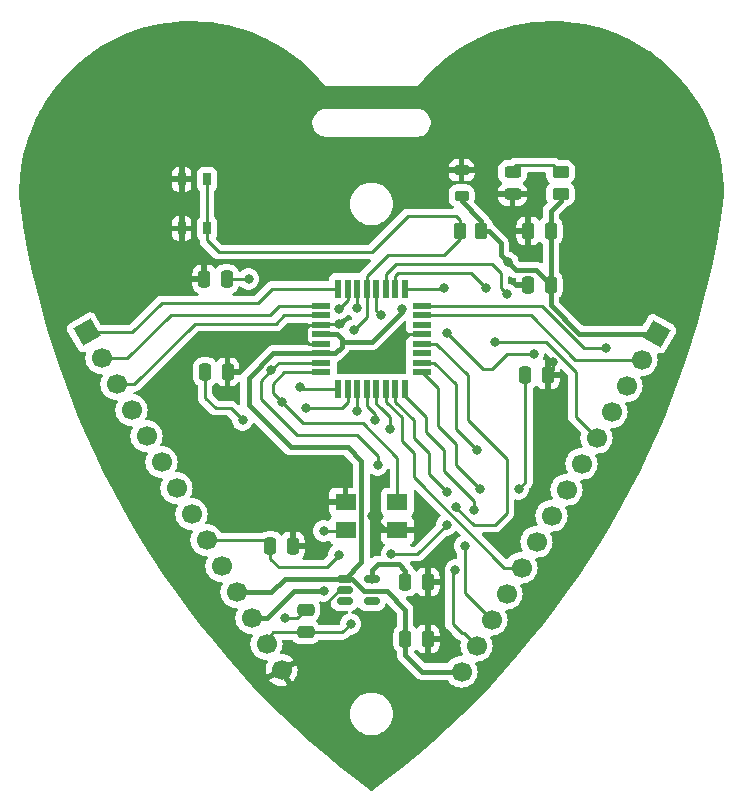
<source format=gtl>
%TF.GenerationSoftware,KiCad,Pcbnew,7.0.9*%
%TF.CreationDate,2024-03-20T17:49:37+05:30*%
%TF.ProjectId,Valentino,56616c65-6e74-4696-9e6f-2e6b69636164,v01*%
%TF.SameCoordinates,Original*%
%TF.FileFunction,Copper,L1,Top*%
%TF.FilePolarity,Positive*%
%FSLAX46Y46*%
G04 Gerber Fmt 4.6, Leading zero omitted, Abs format (unit mm)*
G04 Created by KiCad (PCBNEW 7.0.9) date 2024-03-20 17:49:37*
%MOMM*%
%LPD*%
G01*
G04 APERTURE LIST*
G04 Aperture macros list*
%AMRoundRect*
0 Rectangle with rounded corners*
0 $1 Rounding radius*
0 $2 $3 $4 $5 $6 $7 $8 $9 X,Y pos of 4 corners*
0 Add a 4 corners polygon primitive as box body*
4,1,4,$2,$3,$4,$5,$6,$7,$8,$9,$2,$3,0*
0 Add four circle primitives for the rounded corners*
1,1,$1+$1,$2,$3*
1,1,$1+$1,$4,$5*
1,1,$1+$1,$6,$7*
1,1,$1+$1,$8,$9*
0 Add four rect primitives between the rounded corners*
20,1,$1+$1,$2,$3,$4,$5,0*
20,1,$1+$1,$4,$5,$6,$7,0*
20,1,$1+$1,$6,$7,$8,$9,0*
20,1,$1+$1,$8,$9,$2,$3,0*%
%AMHorizOval*
0 Thick line with rounded ends*
0 $1 width*
0 $2 $3 position (X,Y) of the first rounded end (center of the circle)*
0 $4 $5 position (X,Y) of the second rounded end (center of the circle)*
0 Add line between two ends*
20,1,$1,$2,$3,$4,$5,0*
0 Add two circle primitives to create the rounded ends*
1,1,$1,$2,$3*
1,1,$1,$4,$5*%
%AMRotRect*
0 Rectangle, with rotation*
0 The origin of the aperture is its center*
0 $1 length*
0 $2 width*
0 $3 Rotation angle, in degrees counterclockwise*
0 Add horizontal line*
21,1,$1,$2,0,0,$3*%
G04 Aperture macros list end*
%TA.AperFunction,SMDPad,CuDef*%
%ADD10RoundRect,0.250000X-0.250000X-0.475000X0.250000X-0.475000X0.250000X0.475000X-0.250000X0.475000X0*%
%TD*%
%TA.AperFunction,SMDPad,CuDef*%
%ADD11RoundRect,0.243750X0.456250X-0.243750X0.456250X0.243750X-0.456250X0.243750X-0.456250X-0.243750X0*%
%TD*%
%TA.AperFunction,SMDPad,CuDef*%
%ADD12RoundRect,0.250000X0.250000X0.475000X-0.250000X0.475000X-0.250000X-0.475000X0.250000X-0.475000X0*%
%TD*%
%TA.AperFunction,SMDPad,CuDef*%
%ADD13RoundRect,0.250000X0.450000X-0.262500X0.450000X0.262500X-0.450000X0.262500X-0.450000X-0.262500X0*%
%TD*%
%TA.AperFunction,SMDPad,CuDef*%
%ADD14R,1.600000X0.550000*%
%TD*%
%TA.AperFunction,SMDPad,CuDef*%
%ADD15R,0.550000X1.600000*%
%TD*%
%TA.AperFunction,SMDPad,CuDef*%
%ADD16RoundRect,0.150000X-0.512500X-0.150000X0.512500X-0.150000X0.512500X0.150000X-0.512500X0.150000X0*%
%TD*%
%TA.AperFunction,ComponentPad*%
%ADD17RotRect,1.700000X1.700000X330.000000*%
%TD*%
%TA.AperFunction,ComponentPad*%
%ADD18HorizOval,1.700000X0.000000X0.000000X0.000000X0.000000X0*%
%TD*%
%TA.AperFunction,SMDPad,CuDef*%
%ADD19R,1.800000X1.400000*%
%TD*%
%TA.AperFunction,SMDPad,CuDef*%
%ADD20R,0.650000X1.050000*%
%TD*%
%TA.AperFunction,SMDPad,CuDef*%
%ADD21RoundRect,0.250000X0.262500X0.450000X-0.262500X0.450000X-0.262500X-0.450000X0.262500X-0.450000X0*%
%TD*%
%TA.AperFunction,SMDPad,CuDef*%
%ADD22RoundRect,0.250000X-0.475000X0.250000X-0.475000X-0.250000X0.475000X-0.250000X0.475000X0.250000X0*%
%TD*%
%TA.AperFunction,SMDPad,CuDef*%
%ADD23RoundRect,0.218750X0.381250X-0.218750X0.381250X0.218750X-0.381250X0.218750X-0.381250X-0.218750X0*%
%TD*%
%TA.AperFunction,ComponentPad*%
%ADD24RotRect,1.700000X1.700000X30.000000*%
%TD*%
%TA.AperFunction,ComponentPad*%
%ADD25HorizOval,1.700000X0.000000X0.000000X0.000000X0.000000X0*%
%TD*%
%TA.AperFunction,ViaPad*%
%ADD26C,0.800000*%
%TD*%
%TA.AperFunction,Conductor*%
%ADD27C,0.381000*%
%TD*%
%TA.AperFunction,Conductor*%
%ADD28C,0.254000*%
%TD*%
G04 APERTURE END LIST*
D10*
%TO.P,C9,1*%
%TO.N,+3.3V*%
X155260000Y-108204000D03*
%TO.P,C9,2*%
%TO.N,GND*%
X157160000Y-108204000D03*
%TD*%
D11*
%TO.P,D2,1,K*%
%TO.N,GND*%
X164338000Y-75359500D03*
%TO.P,D2,2,A*%
%TO.N,Net-(D2-A)*%
X164338000Y-73484500D03*
%TD*%
D12*
%TO.P,C8,1*%
%TO.N,VCC*%
X167574000Y-78486000D03*
%TO.P,C8,2*%
%TO.N,GND*%
X165674000Y-78486000D03*
%TD*%
D13*
%TO.P,R2,1*%
%TO.N,VCC*%
X168402000Y-75334500D03*
%TO.P,R2,2*%
%TO.N,Net-(D2-A)*%
X168402000Y-73509500D03*
%TD*%
D14*
%TO.P,U1,1,PD3*%
%TO.N,/D3*%
X148150000Y-84830000D03*
%TO.P,U1,2,PD4*%
%TO.N,/D4*%
X148150000Y-85630000D03*
%TO.P,U1,3,GND*%
%TO.N,GND*%
X148150000Y-86430000D03*
%TO.P,U1,4,VCC*%
%TO.N,VCC*%
X148150000Y-87230000D03*
%TO.P,U1,5,GND*%
%TO.N,GND*%
X148150000Y-88030000D03*
%TO.P,U1,6,VCC*%
%TO.N,VCC*%
X148150000Y-88830000D03*
%TO.P,U1,7,XTAL1/PB6*%
%TO.N,/XTAL1*%
X148150000Y-89630000D03*
%TO.P,U1,8,XTAL2/PB7*%
%TO.N,/XTAL2*%
X148150000Y-90430000D03*
D15*
%TO.P,U1,9,PD5*%
%TO.N,/D5*%
X149600000Y-91880000D03*
%TO.P,U1,10,PD6*%
%TO.N,/D6*%
X150400000Y-91880000D03*
%TO.P,U1,11,PD7*%
%TO.N,/D7*%
X151200000Y-91880000D03*
%TO.P,U1,12,PB0*%
%TO.N,/D8*%
X152000000Y-91880000D03*
%TO.P,U1,13,PB1*%
%TO.N,/D9*%
X152800000Y-91880000D03*
%TO.P,U1,14,PB2*%
%TO.N,/SS*%
X153600000Y-91880000D03*
%TO.P,U1,15,PB3*%
%TO.N,/MOSI*%
X154400000Y-91880000D03*
%TO.P,U1,16,PB4*%
%TO.N,/MISO*%
X155200000Y-91880000D03*
D14*
%TO.P,U1,17,PB5*%
%TO.N,/SCK*%
X156650000Y-90430000D03*
%TO.P,U1,18,AVCC*%
%TO.N,Net-(U1-AVCC)*%
X156650000Y-89630000D03*
%TO.P,U1,19,ADC6*%
%TO.N,unconnected-(U1-ADC6-Pad19)*%
X156650000Y-88830000D03*
%TO.P,U1,20,AREF*%
%TO.N,/AREF*%
X156650000Y-88030000D03*
%TO.P,U1,21,GND*%
%TO.N,GND*%
X156650000Y-87230000D03*
%TO.P,U1,22,ADC7*%
%TO.N,unconnected-(U1-ADC7-Pad22)*%
X156650000Y-86430000D03*
%TO.P,U1,23,PC0*%
%TO.N,/A0*%
X156650000Y-85630000D03*
%TO.P,U1,24,PC1*%
%TO.N,/A1*%
X156650000Y-84830000D03*
D15*
%TO.P,U1,25,PC2*%
%TO.N,/A2*%
X155200000Y-83380000D03*
%TO.P,U1,26,PC3*%
%TO.N,/A3*%
X154400000Y-83380000D03*
%TO.P,U1,27,PC4*%
%TO.N,/A4*%
X153600000Y-83380000D03*
%TO.P,U1,28,PC5*%
%TO.N,/A5*%
X152800000Y-83380000D03*
%TO.P,U1,29,~{RESET}/PC6*%
%TO.N,/RESET*%
X152000000Y-83380000D03*
%TO.P,U1,30,PD0*%
%TO.N,/328_RX*%
X151200000Y-83380000D03*
%TO.P,U1,31,PD1*%
%TO.N,/328_TX*%
X150400000Y-83380000D03*
%TO.P,U1,32,PD2*%
%TO.N,/D2*%
X149600000Y-83380000D03*
%TD*%
D12*
%TO.P,C1,1*%
%TO.N,/XTAL1*%
X140142000Y-82550000D03*
%TO.P,C1,2*%
%TO.N,GND*%
X138242000Y-82550000D03*
%TD*%
%TO.P,C6,1*%
%TO.N,GND*%
X167320000Y-90678000D03*
%TO.P,C6,2*%
%TO.N,Net-(U1-AVCC)*%
X165420000Y-90678000D03*
%TD*%
D10*
%TO.P,C3,1*%
%TO.N,/AREF*%
X143830000Y-105156000D03*
%TO.P,C3,2*%
%TO.N,GND*%
X145730000Y-105156000D03*
%TD*%
D16*
%TO.P,U3,1,VIN*%
%TO.N,VCC*%
X150125000Y-107950000D03*
%TO.P,U3,2,GND*%
%TO.N,GND*%
X150125000Y-108900000D03*
%TO.P,U3,3,EN*%
%TO.N,unconnected-(U3-EN-Pad3)*%
X150125000Y-109850000D03*
%TO.P,U3,4,NC*%
%TO.N,unconnected-(U3-NC-Pad4)*%
X152400000Y-109850000D03*
%TO.P,U3,5,VOUT*%
%TO.N,+3.3V*%
X152400000Y-107950000D03*
%TD*%
D17*
%TO.P,VCC,1,Pin_1*%
%TO.N,VCC*%
X176530000Y-87193336D03*
D18*
%TO.P,VCC,2,Pin_2*%
%TO.N,/A0*%
X175260000Y-89393041D03*
%TO.P,VCC,3,Pin_3*%
%TO.N,/A1*%
X173990000Y-91592745D03*
%TO.P,VCC,4,Pin_4*%
%TO.N,/A2*%
X172720000Y-93792450D03*
%TO.P,VCC,5,Pin_5*%
%TO.N,/A3*%
X171450000Y-95992154D03*
%TO.P,VCC,6,Pin_6*%
%TO.N,/A4*%
X170180000Y-98191859D03*
%TO.P,VCC,7,Pin_7*%
%TO.N,/A5*%
X168910000Y-100391563D03*
%TO.P,VCC,8,Pin_8*%
%TO.N,/328_RX*%
X167640000Y-102591268D03*
%TO.P,VCC,9,Pin_9*%
%TO.N,/328_TX*%
X166370000Y-104790972D03*
%TO.P,VCC,10,Pin_10*%
%TO.N,/SS*%
X165100000Y-106990677D03*
%TO.P,VCC,11,Pin_11*%
%TO.N,/MOSI*%
X163830000Y-109190382D03*
%TO.P,VCC,12,Pin_12*%
%TO.N,/MISO*%
X162560000Y-111390086D03*
%TO.P,VCC,13,Pin_13*%
%TO.N,/SCK*%
X161290000Y-113589791D03*
%TO.P,VCC,14,Pin_14*%
%TO.N,VCC*%
X160020000Y-115789495D03*
%TD*%
D12*
%TO.P,C5,1*%
%TO.N,VCC*%
X167574000Y-83058000D03*
%TO.P,C5,2*%
%TO.N,GND*%
X165674000Y-83058000D03*
%TD*%
D10*
%TO.P,C2,1*%
%TO.N,/XTAL2*%
X138308000Y-90424000D03*
%TO.P,C2,2*%
%TO.N,GND*%
X140208000Y-90424000D03*
%TD*%
D19*
%TO.P,Y2,1,1*%
%TO.N,/XTAL1*%
X150200000Y-103830000D03*
%TO.P,Y2,2,2*%
%TO.N,GND*%
X154600000Y-103830000D03*
%TO.P,Y2,3,3*%
%TO.N,/XTAL2*%
X154600000Y-101430000D03*
%TO.P,Y2,4,4*%
%TO.N,GND*%
X150200000Y-101430000D03*
%TD*%
D10*
%TO.P,C4,1*%
%TO.N,VCC*%
X155260000Y-113030000D03*
%TO.P,C4,2*%
%TO.N,GND*%
X157160000Y-113030000D03*
%TD*%
D20*
%TO.P,SW1,1,1*%
%TO.N,GND*%
X136325000Y-78275000D03*
X136325000Y-74125000D03*
%TO.P,SW1,2,2*%
%TO.N,/RESET*%
X138475000Y-78275000D03*
X138475000Y-74125000D03*
%TD*%
D21*
%TO.P,R1,1*%
%TO.N,VCC*%
X161694500Y-78486000D03*
%TO.P,R1,2*%
%TO.N,/RESET*%
X159869500Y-78486000D03*
%TD*%
D22*
%TO.P,C7,1*%
%TO.N,/RTS*%
X146812000Y-110556000D03*
%TO.P,C7,2*%
%TO.N,/RESET*%
X146812000Y-112456000D03*
%TD*%
D23*
%TO.P,L1,1,1*%
%TO.N,VCC*%
X160020000Y-75484500D03*
%TO.P,L1,2,2*%
%TO.N,GND*%
X160020000Y-73359500D03*
%TD*%
D24*
%TO.P,J2,1,Pin_1*%
%TO.N,/D2*%
X128270000Y-87055252D03*
D25*
%TO.P,J2,2,Pin_2*%
%TO.N,/D3*%
X129539999Y-89254956D03*
%TO.P,J2,3,Pin_3*%
%TO.N,/D4*%
X130810000Y-91454660D03*
%TO.P,J2,4,Pin_4*%
%TO.N,/D5*%
X132080000Y-93654366D03*
%TO.P,J2,5,Pin_5*%
%TO.N,/D6*%
X133349999Y-95854070D03*
%TO.P,J2,6,Pin_6*%
%TO.N,/D7*%
X134619999Y-98053775D03*
%TO.P,J2,7,Pin_7*%
%TO.N,/D8*%
X135890000Y-100253479D03*
%TO.P,J2,8,Pin_8*%
%TO.N,/D9*%
X137159999Y-102453184D03*
%TO.P,J2,9,Pin_9*%
%TO.N,/AREF*%
X138429999Y-104652889D03*
%TO.P,J2,10,Pin_10*%
%TO.N,/RTS*%
X139700000Y-106852594D03*
%TO.P,J2,11,Pin_11*%
%TO.N,VCC*%
X140969999Y-109052298D03*
%TO.P,J2,12,Pin_12*%
%TO.N,+3.3V*%
X142240000Y-111252000D03*
%TO.P,J2,13,Pin_13*%
%TO.N,/RESET*%
X143509999Y-113451707D03*
%TO.P,J2,14,Pin_14*%
%TO.N,GND*%
X144780000Y-115651411D03*
%TD*%
D26*
%TO.N,VCC*%
X154940000Y-85090000D03*
X163957000Y-81153000D03*
%TO.N,/RESET*%
X150622000Y-111760000D03*
X150876000Y-86868000D03*
%TO.N,GND*%
X148590000Y-111252000D03*
X165674000Y-78486000D03*
X152400000Y-102616000D03*
X150200000Y-101430000D03*
X145730000Y-105156000D03*
X150099500Y-89916000D03*
X157160000Y-108204000D03*
X167725931Y-89576069D03*
X149606000Y-86360000D03*
X165608000Y-83058000D03*
X156986500Y-102616000D03*
%TO.N,+3.3V*%
X148336000Y-108966000D03*
X152400000Y-107950000D03*
%TO.N,/XTAL1*%
X148336000Y-103886000D03*
X141986000Y-82550000D03*
X143891000Y-90297000D03*
X152908000Y-98298000D03*
%TO.N,/XTAL2*%
X144780000Y-92964000D03*
X141478000Y-94488000D03*
%TO.N,/D5*%
X146304000Y-91694000D03*
%TO.N,/D6*%
X146812000Y-93472000D03*
%TO.N,/D7*%
X151130000Y-93726000D03*
%TO.N,/D8*%
X152654000Y-94488000D03*
%TO.N,/D9*%
X153924000Y-95250000D03*
%TO.N,/MOSI*%
X158750000Y-100584000D03*
%TO.N,/MISO*%
X160274000Y-105156000D03*
X161036000Y-102108000D03*
%TO.N,/SCK*%
X161544000Y-100330000D03*
X159497500Y-107188000D03*
%TO.N,Net-(U1-AVCC)*%
X164846000Y-100330000D03*
X161290000Y-97028000D03*
%TO.N,/AREF*%
X149606000Y-105918000D03*
X158750000Y-103378000D03*
X154092030Y-105840000D03*
X159560319Y-101820181D03*
%TO.N,/A1*%
X172212000Y-88392000D03*
%TO.N,/A2*%
X158496000Y-83312000D03*
X158750000Y-87122000D03*
X166116000Y-88900000D03*
%TO.N,/A3*%
X162814000Y-87884000D03*
X162052000Y-83312000D03*
%TO.N,/A4*%
X163830000Y-83820000D03*
%TO.N,/A5*%
X153162000Y-85598000D03*
%TO.N,/328_RX*%
X151212491Y-85007509D03*
%TO.N,/328_TX*%
X149606000Y-85090000D03*
%TO.N,/RTS*%
X145034000Y-111252000D03*
%TD*%
D27*
%TO.N,VCC*%
X149331000Y-88830000D02*
X148150000Y-88830000D01*
X151540500Y-97946500D02*
X150368000Y-96774000D01*
X148150000Y-87230000D02*
X149460000Y-87230000D01*
X149860000Y-87884000D02*
X152400000Y-87884000D01*
X163957000Y-81153000D02*
X163322000Y-80518000D01*
X160020000Y-75484500D02*
X160020000Y-75946000D01*
X152400000Y-87884000D02*
X154940000Y-85344000D01*
X149860000Y-87884000D02*
X149860000Y-88301000D01*
X144088000Y-88830000D02*
X148150000Y-88830000D01*
X141986000Y-90932000D02*
X144088000Y-88830000D01*
X167574000Y-76774000D02*
X167574000Y-78486000D01*
X149860000Y-87630000D02*
X149860000Y-87884000D01*
X150787499Y-107950000D02*
X151803499Y-108966000D01*
X150125000Y-107950000D02*
X150787499Y-107950000D01*
X167574000Y-78486000D02*
X167574000Y-83058000D01*
X155260000Y-114366000D02*
X156683495Y-115789495D01*
X163322000Y-79502000D02*
X162306000Y-78486000D01*
X167574000Y-83058000D02*
X167574000Y-84770000D01*
X145542000Y-96774000D02*
X141986000Y-93218000D01*
X149860000Y-88301000D02*
X149331000Y-88830000D01*
X155260000Y-110556000D02*
X155260000Y-113030000D01*
X166304000Y-81788000D02*
X164592000Y-81788000D01*
X156683495Y-115789495D02*
X160020000Y-115789495D01*
X140969999Y-109052298D02*
X143931702Y-109052298D01*
X145034000Y-107950000D02*
X150125000Y-107950000D01*
X161694500Y-77620500D02*
X161694500Y-78486000D01*
X154940000Y-85344000D02*
X154940000Y-85090000D01*
X151540500Y-106534500D02*
X151540500Y-97946500D01*
X149460000Y-87230000D02*
X149860000Y-87630000D01*
X160020000Y-75946000D02*
X161694500Y-77620500D01*
X167574000Y-84770000D02*
X169997336Y-87193336D01*
X163322000Y-80518000D02*
X163322000Y-79502000D01*
X168402000Y-75334500D02*
X168402000Y-75946000D01*
X150125000Y-107950000D02*
X151540500Y-106534500D01*
X153670000Y-108966000D02*
X155260000Y-110556000D01*
X168402000Y-75946000D02*
X167574000Y-76774000D01*
X167574000Y-83058000D02*
X166304000Y-81788000D01*
X155260000Y-113030000D02*
X155260000Y-114366000D01*
X151803499Y-108966000D02*
X153670000Y-108966000D01*
X169997336Y-87193336D02*
X176530000Y-87193336D01*
X143931702Y-109052298D02*
X145034000Y-107950000D01*
X141986000Y-93218000D02*
X141986000Y-90932000D01*
X150368000Y-96774000D02*
X145542000Y-96774000D01*
X164592000Y-81788000D02*
X163957000Y-81153000D01*
X162306000Y-78486000D02*
X161694500Y-78486000D01*
D28*
%TO.N,/RESET*%
X153808000Y-80518000D02*
X158496000Y-80518000D01*
X138475000Y-79293000D02*
X138475000Y-78275000D01*
X152400000Y-80264000D02*
X139446000Y-80264000D01*
X143509999Y-113451707D02*
X143509999Y-113030001D01*
X139446000Y-80264000D02*
X138475000Y-79293000D01*
X155448000Y-77216000D02*
X152400000Y-80264000D01*
X149926000Y-112456000D02*
X150622000Y-111760000D01*
X144084000Y-112456000D02*
X146812000Y-112456000D01*
X158496000Y-80518000D02*
X159869500Y-79144500D01*
X159869500Y-78486000D02*
X159869500Y-77573500D01*
X159512000Y-77216000D02*
X155448000Y-77216000D01*
X159869500Y-79144500D02*
X159869500Y-78486000D01*
X159869500Y-77573500D02*
X159512000Y-77216000D01*
X152000000Y-82326000D02*
X153808000Y-80518000D01*
X146812000Y-112456000D02*
X149926000Y-112456000D01*
X138475000Y-74125000D02*
X138475000Y-78275000D01*
X152000000Y-85744000D02*
X150876000Y-86868000D01*
X143509999Y-113030001D02*
X144084000Y-112456000D01*
X152000000Y-82326000D02*
X152000000Y-83380000D01*
X152000000Y-83380000D02*
X152000000Y-85744000D01*
%TO.N,Net-(D2-A)*%
X164338000Y-73152000D02*
X164592000Y-72898000D01*
X164338000Y-73484500D02*
X164338000Y-73152000D01*
X167790500Y-72898000D02*
X168402000Y-73509500D01*
X164592000Y-72898000D02*
X167790500Y-72898000D01*
%TO.N,GND*%
X148590000Y-109973052D02*
X148590000Y-111252000D01*
X165674000Y-83058000D02*
X165608000Y-83058000D01*
X149663052Y-108900000D02*
X148590000Y-109973052D01*
X149606000Y-86360000D02*
X148220000Y-86360000D01*
X156650000Y-87230000D02*
X155596000Y-87230000D01*
X146812000Y-87746000D02*
X146812000Y-86714000D01*
X153614000Y-103830000D02*
X152400000Y-102616000D01*
X148220000Y-86360000D02*
X148150000Y-86430000D01*
X146812000Y-86714000D02*
X147096000Y-86430000D01*
X155772500Y-103830000D02*
X156986500Y-102616000D01*
X148150000Y-88030000D02*
X147096000Y-88030000D01*
X150125000Y-108900000D02*
X149663052Y-108900000D01*
X154600000Y-103830000D02*
X155772500Y-103830000D01*
X167725931Y-89576069D02*
X167725931Y-90272069D01*
X147096000Y-86430000D02*
X148150000Y-86430000D01*
X147096000Y-88030000D02*
X146812000Y-87746000D01*
X155596000Y-87230000D02*
X152910000Y-89916000D01*
X167725931Y-90272069D02*
X167320000Y-90678000D01*
X154600000Y-103830000D02*
X153614000Y-103830000D01*
X152910000Y-89916000D02*
X150099500Y-89916000D01*
D27*
%TO.N,+3.3V*%
X155260000Y-108204000D02*
X155260000Y-107254000D01*
X145796000Y-108966000D02*
X148336000Y-108966000D01*
X155260000Y-107254000D02*
X154686000Y-106680000D01*
X154686000Y-106680000D02*
X152908000Y-106680000D01*
X152908000Y-106680000D02*
X152400000Y-107188000D01*
X152400000Y-107188000D02*
X152400000Y-107950000D01*
X142240000Y-111252000D02*
X143510000Y-111252000D01*
X143510000Y-111252000D02*
X145796000Y-108966000D01*
D28*
%TO.N,/D3*%
X144532000Y-84830000D02*
X148150000Y-84830000D01*
X129539999Y-89254956D02*
X131725044Y-89254956D01*
X143764000Y-85598000D02*
X144532000Y-84830000D01*
X135382000Y-85598000D02*
X143764000Y-85598000D01*
X131725044Y-89254956D02*
X135382000Y-85598000D01*
%TO.N,/D4*%
X130810000Y-91454660D02*
X132319340Y-91454660D01*
X137414000Y-86360000D02*
X144272000Y-86360000D01*
X144272000Y-86360000D02*
X145002000Y-85630000D01*
X145002000Y-85630000D02*
X148150000Y-85630000D01*
X132319340Y-91454660D02*
X137414000Y-86360000D01*
%TO.N,/XTAL1*%
X151130000Y-95758000D02*
X152908000Y-97536000D01*
X144558000Y-89630000D02*
X143891000Y-90297000D01*
X141986000Y-82550000D02*
X140142000Y-82550000D01*
X143891000Y-90297000D02*
X143002000Y-91186000D01*
X152908000Y-97536000D02*
X152908000Y-98298000D01*
X146050000Y-95758000D02*
X151130000Y-95758000D01*
X150144000Y-103886000D02*
X150200000Y-103830000D01*
X143002000Y-91186000D02*
X143002000Y-92710000D01*
X143002000Y-92710000D02*
X146050000Y-95758000D01*
X148336000Y-103886000D02*
X150144000Y-103886000D01*
X148150000Y-89630000D02*
X144558000Y-89630000D01*
%TO.N,/XTAL2*%
X144018000Y-92202000D02*
X144780000Y-92964000D01*
X148150000Y-90430000D02*
X145028000Y-90430000D01*
X151638000Y-94742000D02*
X154600000Y-97704000D01*
X138308000Y-90424000D02*
X138308000Y-92588000D01*
X144780000Y-92964000D02*
X146558000Y-94742000D01*
X154600000Y-97704000D02*
X154600000Y-101430000D01*
X146558000Y-94742000D02*
X151638000Y-94742000D01*
X139192000Y-93472000D02*
X140462000Y-93472000D01*
X138308000Y-92588000D02*
X139192000Y-93472000D01*
X140462000Y-93472000D02*
X141478000Y-94488000D01*
X145028000Y-90430000D02*
X144018000Y-91440000D01*
X144018000Y-91440000D02*
X144018000Y-92202000D01*
%TO.N,/D5*%
X146304000Y-91694000D02*
X146490000Y-91880000D01*
X146490000Y-91880000D02*
X149600000Y-91880000D01*
%TO.N,/D6*%
X150400000Y-92934000D02*
X149862000Y-93472000D01*
X149862000Y-93472000D02*
X146812000Y-93472000D01*
X150400000Y-91880000D02*
X150400000Y-92934000D01*
%TO.N,/D7*%
X151130000Y-91950000D02*
X151200000Y-91880000D01*
X151130000Y-93726000D02*
X151130000Y-91950000D01*
%TO.N,/D8*%
X152654000Y-93980000D02*
X152000000Y-93326000D01*
X152654000Y-94488000D02*
X152654000Y-93980000D01*
X152000000Y-93326000D02*
X152000000Y-91880000D01*
%TO.N,/D9*%
X152800000Y-91880000D02*
X152800000Y-93110000D01*
X152800000Y-93110000D02*
X153162000Y-93472000D01*
X153162000Y-93472000D02*
X153924000Y-94234000D01*
X153924000Y-94234000D02*
X153924000Y-95250000D01*
%TO.N,/SS*%
X155956000Y-97282000D02*
X155956000Y-99314000D01*
X153600000Y-92934000D02*
X154940000Y-94274000D01*
X154940000Y-96266000D02*
X155956000Y-97282000D01*
X153600000Y-91880000D02*
X153600000Y-92934000D01*
X163632677Y-106990677D02*
X165100000Y-106990677D01*
X155956000Y-99314000D02*
X163632677Y-106990677D01*
X154940000Y-94274000D02*
X154940000Y-96266000D01*
%TO.N,/MOSI*%
X154400000Y-91880000D02*
X154400000Y-92934000D01*
X155956000Y-94490000D02*
X155956000Y-96012000D01*
X154400000Y-92934000D02*
X155956000Y-94490000D01*
X157226000Y-99060000D02*
X158750000Y-100584000D01*
X157226000Y-97282000D02*
X157226000Y-99060000D01*
X155956000Y-96012000D02*
X157226000Y-97282000D01*
%TO.N,/MISO*%
X162560000Y-111390086D02*
X160274000Y-109104086D01*
X161036000Y-101346000D02*
X161036000Y-102108000D01*
X158496000Y-98806000D02*
X160274000Y-100584000D01*
X155200000Y-91880000D02*
X155200000Y-92462000D01*
X156972000Y-94234000D02*
X156972000Y-95504000D01*
X160274000Y-109104086D02*
X160274000Y-105156000D01*
X155200000Y-92462000D02*
X156972000Y-94234000D01*
X158496000Y-97028000D02*
X158496000Y-98806000D01*
X160274000Y-100584000D02*
X161036000Y-101346000D01*
X156972000Y-95504000D02*
X158496000Y-97028000D01*
%TO.N,/SCK*%
X159258000Y-107427500D02*
X159258000Y-111760000D01*
X157988000Y-91768000D02*
X156650000Y-90430000D01*
X160020000Y-112522000D02*
X160222209Y-112522000D01*
X159512000Y-96520000D02*
X157988000Y-94996000D01*
X159258000Y-111760000D02*
X160020000Y-112522000D01*
X157988000Y-94996000D02*
X157988000Y-91768000D01*
X159512000Y-98298000D02*
X159512000Y-96520000D01*
X159497500Y-107188000D02*
X159258000Y-107427500D01*
X161544000Y-100330000D02*
X159512000Y-98298000D01*
X160222209Y-112522000D02*
X161290000Y-113589791D01*
%TO.N,Net-(U1-AVCC)*%
X165420000Y-99756000D02*
X165420000Y-90678000D01*
X159512000Y-95250000D02*
X161290000Y-97028000D01*
X156650000Y-89630000D02*
X157704000Y-89630000D01*
X159512000Y-91438000D02*
X159512000Y-95250000D01*
X164846000Y-100330000D02*
X165420000Y-99756000D01*
X157704000Y-89630000D02*
X159512000Y-91438000D01*
%TO.N,/AREF*%
X143830000Y-105156000D02*
X143830000Y-106238000D01*
X163830000Y-97790000D02*
X163830000Y-102362000D01*
X143830000Y-105156000D02*
X143326889Y-104652889D01*
X154092030Y-105840000D02*
X156288000Y-105840000D01*
X157880000Y-88030000D02*
X160528000Y-90678000D01*
X156650000Y-88030000D02*
X157880000Y-88030000D01*
X144526000Y-106934000D02*
X148590000Y-106934000D01*
X163830000Y-102362000D02*
X162814000Y-103378000D01*
X160528000Y-93472000D02*
X160528000Y-94488000D01*
X161036000Y-103378000D02*
X162814000Y-103378000D01*
X159560319Y-101902319D02*
X161036000Y-103378000D01*
X148590000Y-106934000D02*
X149606000Y-105918000D01*
X156288000Y-105840000D02*
X158750000Y-103378000D01*
X143326889Y-104652889D02*
X138429999Y-104652889D01*
X143830000Y-106238000D02*
X144526000Y-106934000D01*
X159560319Y-101820181D02*
X159560319Y-101902319D01*
X160528000Y-90678000D02*
X160528000Y-93472000D01*
X160528000Y-94488000D02*
X163830000Y-97790000D01*
%TO.N,/A0*%
X169657041Y-89393041D02*
X175260000Y-89393041D01*
X156650000Y-85630000D02*
X165894000Y-85630000D01*
X165894000Y-85630000D02*
X169657041Y-89393041D01*
%TO.N,/A1*%
X166831434Y-84830000D02*
X170393434Y-88392000D01*
X170393434Y-88392000D02*
X172212000Y-88392000D01*
X156650000Y-84830000D02*
X166831434Y-84830000D01*
%TO.N,/A2*%
X163830000Y-88900000D02*
X162560000Y-90170000D01*
X162560000Y-90170000D02*
X161798000Y-90170000D01*
X161798000Y-90170000D02*
X158750000Y-87122000D01*
X166116000Y-88900000D02*
X163830000Y-88900000D01*
X158496000Y-83312000D02*
X158428000Y-83380000D01*
X158428000Y-83380000D02*
X155200000Y-83380000D01*
%TO.N,/A3*%
X154684000Y-82042000D02*
X160782000Y-82042000D01*
X154400000Y-83380000D02*
X154400000Y-82326000D01*
X167132000Y-87884000D02*
X169672000Y-90424000D01*
X162814000Y-87884000D02*
X167132000Y-87884000D01*
X169672000Y-94214154D02*
X171450000Y-95992154D01*
X160782000Y-82042000D02*
X162052000Y-83312000D01*
X154400000Y-82326000D02*
X154684000Y-82042000D01*
X169672000Y-90424000D02*
X169672000Y-94214154D01*
%TO.N,/A4*%
X153600000Y-83380000D02*
X153600000Y-82112000D01*
X153600000Y-82112000D02*
X154432000Y-81280000D01*
X163322000Y-82042000D02*
X163322000Y-83312000D01*
X163322000Y-83312000D02*
X163830000Y-83820000D01*
X162560000Y-81280000D02*
X163322000Y-82042000D01*
X154432000Y-81280000D02*
X162560000Y-81280000D01*
%TO.N,/A5*%
X152800000Y-83380000D02*
X152800000Y-85236000D01*
X152800000Y-85236000D02*
X153162000Y-85598000D01*
%TO.N,/328_RX*%
X151200000Y-83380000D02*
X151200000Y-84995018D01*
X151200000Y-84995018D02*
X151212491Y-85007509D01*
%TO.N,/328_TX*%
X150400000Y-83380000D02*
X150400000Y-84296000D01*
X150400000Y-84296000D02*
X149606000Y-85090000D01*
%TO.N,/D2*%
X132146748Y-87055252D02*
X134620000Y-84582000D01*
X128270000Y-87055252D02*
X132146748Y-87055252D01*
X143950000Y-83380000D02*
X149600000Y-83380000D01*
X134620000Y-84582000D02*
X142748000Y-84582000D01*
X142748000Y-84582000D02*
X143950000Y-83380000D01*
%TO.N,/RTS*%
X146116000Y-111252000D02*
X146812000Y-110556000D01*
X145034000Y-111252000D02*
X146116000Y-111252000D01*
%TD*%
%TA.AperFunction,Conductor*%
%TO.N,GND*%
G36*
X159610797Y-103876094D02*
G01*
X159661285Y-103906704D01*
X159904843Y-104150262D01*
X159938328Y-104211585D01*
X159933344Y-104281277D01*
X159891472Y-104337210D01*
X159867598Y-104351222D01*
X159821270Y-104371848D01*
X159821265Y-104371851D01*
X159668129Y-104483111D01*
X159541466Y-104623785D01*
X159446821Y-104787715D01*
X159446818Y-104787722D01*
X159397503Y-104939500D01*
X159388326Y-104967744D01*
X159368540Y-105156000D01*
X159388326Y-105344256D01*
X159388327Y-105344259D01*
X159446818Y-105524277D01*
X159446821Y-105524284D01*
X159535891Y-105678559D01*
X159541467Y-105688216D01*
X159614651Y-105769494D01*
X159644880Y-105832484D01*
X159646500Y-105852465D01*
X159646500Y-106163500D01*
X159626815Y-106230539D01*
X159574011Y-106276294D01*
X159522500Y-106287500D01*
X159402854Y-106287500D01*
X159382431Y-106291841D01*
X159217697Y-106326855D01*
X159217692Y-106326857D01*
X159044770Y-106403848D01*
X159044765Y-106403851D01*
X158891629Y-106515111D01*
X158764966Y-106655785D01*
X158670321Y-106819715D01*
X158670318Y-106819722D01*
X158611827Y-106999740D01*
X158611826Y-106999744D01*
X158592040Y-107188000D01*
X158611826Y-107376256D01*
X158622755Y-107409894D01*
X158623156Y-107411126D01*
X158628672Y-107437763D01*
X158629422Y-107445690D01*
X158630224Y-107454165D01*
X158630500Y-107460007D01*
X158630500Y-111677032D01*
X158628772Y-111692681D01*
X158629054Y-111692708D01*
X158628319Y-111700475D01*
X158630500Y-111769859D01*
X158630500Y-111799477D01*
X158631371Y-111806380D01*
X158631829Y-111812199D01*
X158633298Y-111858942D01*
X158638916Y-111878275D01*
X158642862Y-111897329D01*
X158645383Y-111917287D01*
X158645386Y-111917299D01*
X158662595Y-111960765D01*
X158664487Y-111966293D01*
X158677530Y-112011187D01*
X158677530Y-112011188D01*
X158687777Y-112028515D01*
X158696335Y-112045985D01*
X158703745Y-112064701D01*
X158731229Y-112102529D01*
X158734437Y-112107413D01*
X158758234Y-112147652D01*
X158758240Y-112147660D01*
X158772469Y-112161888D01*
X158785109Y-112176687D01*
X158796934Y-112192964D01*
X158796936Y-112192965D01*
X158796937Y-112192967D01*
X158832957Y-112222765D01*
X158837268Y-112226687D01*
X159197642Y-112587061D01*
X159517624Y-112907043D01*
X159527471Y-112919333D01*
X159527689Y-112919154D01*
X159532657Y-112925160D01*
X159583257Y-112972677D01*
X159604201Y-112993620D01*
X159604207Y-112993626D01*
X159609697Y-112997883D01*
X159614148Y-113001684D01*
X159648235Y-113033695D01*
X159648237Y-113033696D01*
X159665867Y-113043387D01*
X159682135Y-113054072D01*
X159698038Y-113066408D01*
X159698039Y-113066408D01*
X159698040Y-113066409D01*
X159708966Y-113071137D01*
X159740945Y-113084975D01*
X159746181Y-113087539D01*
X159768162Y-113099624D01*
X159787158Y-113110068D01*
X159787160Y-113110069D01*
X159787166Y-113110072D01*
X159806240Y-113114969D01*
X159806660Y-113115077D01*
X159825064Y-113121377D01*
X159843542Y-113129374D01*
X159872216Y-113133915D01*
X159935349Y-113163842D01*
X159972282Y-113223152D01*
X159972594Y-113288479D01*
X159954939Y-113354371D01*
X159954936Y-113354387D01*
X159934341Y-113589790D01*
X159934341Y-113589791D01*
X159954936Y-113825194D01*
X159954938Y-113825204D01*
X160016094Y-114053446D01*
X160016096Y-114053450D01*
X160016097Y-114053454D01*
X160111831Y-114258755D01*
X160122323Y-114327833D01*
X160093803Y-114391617D01*
X160035327Y-114429856D01*
X160010257Y-114434688D01*
X159784596Y-114454431D01*
X159784586Y-114454433D01*
X159556344Y-114515589D01*
X159556335Y-114515593D01*
X159342171Y-114615459D01*
X159342169Y-114615460D01*
X159148597Y-114751000D01*
X158981506Y-114918092D01*
X158981501Y-114918098D01*
X158892212Y-115045618D01*
X158837635Y-115089243D01*
X158790637Y-115098495D01*
X157021079Y-115098495D01*
X156954040Y-115078810D01*
X156933398Y-115062176D01*
X156061476Y-114190254D01*
X156027991Y-114128931D01*
X156032975Y-114059239D01*
X156061476Y-114014892D01*
X156102712Y-113973656D01*
X156104752Y-113970347D01*
X156106745Y-113968555D01*
X156107193Y-113967989D01*
X156107289Y-113968065D01*
X156156694Y-113923623D01*
X156225656Y-113912395D01*
X156289740Y-113940234D01*
X156315829Y-113970339D01*
X156317681Y-113973341D01*
X156317683Y-113973344D01*
X156441654Y-114097315D01*
X156590875Y-114189356D01*
X156590880Y-114189358D01*
X156757302Y-114244505D01*
X156757309Y-114244506D01*
X156860019Y-114254999D01*
X156909999Y-114254998D01*
X156910000Y-114254998D01*
X156910000Y-113280000D01*
X157410000Y-113280000D01*
X157410000Y-114254999D01*
X157459972Y-114254999D01*
X157459986Y-114254998D01*
X157562697Y-114244505D01*
X157729119Y-114189358D01*
X157729124Y-114189356D01*
X157878345Y-114097315D01*
X158002315Y-113973345D01*
X158094356Y-113824124D01*
X158094358Y-113824119D01*
X158149505Y-113657697D01*
X158149506Y-113657690D01*
X158159999Y-113554986D01*
X158160000Y-113554973D01*
X158160000Y-113280000D01*
X157410000Y-113280000D01*
X156910000Y-113280000D01*
X156910000Y-111805000D01*
X157410000Y-111805000D01*
X157410000Y-112780000D01*
X158159999Y-112780000D01*
X158159999Y-112505028D01*
X158159998Y-112505013D01*
X158149505Y-112402302D01*
X158094358Y-112235880D01*
X158094356Y-112235875D01*
X158002315Y-112086654D01*
X157878345Y-111962684D01*
X157729124Y-111870643D01*
X157729119Y-111870641D01*
X157562697Y-111815494D01*
X157562690Y-111815493D01*
X157459986Y-111805000D01*
X157410000Y-111805000D01*
X156910000Y-111805000D01*
X156909999Y-111804999D01*
X156860029Y-111805000D01*
X156860011Y-111805001D01*
X156757302Y-111815494D01*
X156590880Y-111870641D01*
X156590875Y-111870643D01*
X156441654Y-111962684D01*
X156317683Y-112086655D01*
X156317679Y-112086660D01*
X156315826Y-112089665D01*
X156314018Y-112091290D01*
X156313202Y-112092323D01*
X156313025Y-112092183D01*
X156263874Y-112136385D01*
X156194911Y-112147601D01*
X156130831Y-112119752D01*
X156104753Y-112089653D01*
X156102713Y-112086346D01*
X156102712Y-112086344D01*
X155987318Y-111970950D01*
X155953834Y-111909627D01*
X155951000Y-111883269D01*
X155951000Y-110578764D01*
X155951113Y-110575019D01*
X155952866Y-110546041D01*
X155954806Y-110513972D01*
X155946353Y-110467849D01*
X155943779Y-110453801D01*
X155943215Y-110450096D01*
X155941085Y-110432556D01*
X155935848Y-110389418D01*
X155932362Y-110380229D01*
X155926332Y-110358600D01*
X155924558Y-110348916D01*
X155899446Y-110293120D01*
X155898031Y-110289703D01*
X155876344Y-110232518D01*
X155870748Y-110224411D01*
X155859725Y-110204866D01*
X155855688Y-110195895D01*
X155817972Y-110147755D01*
X155815774Y-110144768D01*
X155781020Y-110094417D01*
X155744177Y-110061777D01*
X155735236Y-110053856D01*
X155732509Y-110051288D01*
X155322402Y-109641180D01*
X155288917Y-109579857D01*
X155293901Y-109510165D01*
X155335773Y-109454232D01*
X155401237Y-109429815D01*
X155410083Y-109429499D01*
X155560002Y-109429499D01*
X155560008Y-109429499D01*
X155662797Y-109418999D01*
X155829334Y-109363814D01*
X155978656Y-109271712D01*
X156102712Y-109147656D01*
X156104752Y-109144347D01*
X156106745Y-109142555D01*
X156107193Y-109141989D01*
X156107289Y-109142065D01*
X156156694Y-109097623D01*
X156225656Y-109086395D01*
X156289740Y-109114234D01*
X156315829Y-109144339D01*
X156317681Y-109147341D01*
X156317683Y-109147344D01*
X156441654Y-109271315D01*
X156590875Y-109363356D01*
X156590880Y-109363358D01*
X156757302Y-109418505D01*
X156757309Y-109418506D01*
X156860019Y-109428999D01*
X156909999Y-109428998D01*
X156910000Y-109428998D01*
X156910000Y-108454000D01*
X157410000Y-108454000D01*
X157410000Y-109428999D01*
X157459972Y-109428999D01*
X157459986Y-109428998D01*
X157562697Y-109418505D01*
X157729119Y-109363358D01*
X157729124Y-109363356D01*
X157878345Y-109271315D01*
X158002315Y-109147345D01*
X158094356Y-108998124D01*
X158094358Y-108998119D01*
X158149505Y-108831697D01*
X158149506Y-108831690D01*
X158159999Y-108728986D01*
X158160000Y-108728973D01*
X158160000Y-108454000D01*
X157410000Y-108454000D01*
X156910000Y-108454000D01*
X156910000Y-106979000D01*
X157410000Y-106979000D01*
X157410000Y-107954000D01*
X158159999Y-107954000D01*
X158159999Y-107679028D01*
X158159998Y-107679013D01*
X158149505Y-107576302D01*
X158094358Y-107409880D01*
X158094356Y-107409875D01*
X158002315Y-107260654D01*
X157878345Y-107136684D01*
X157729124Y-107044643D01*
X157729119Y-107044641D01*
X157562697Y-106989494D01*
X157562690Y-106989493D01*
X157459986Y-106979000D01*
X157410000Y-106979000D01*
X156910000Y-106979000D01*
X156909999Y-106978999D01*
X156860029Y-106979000D01*
X156860011Y-106979001D01*
X156757302Y-106989494D01*
X156590880Y-107044641D01*
X156590875Y-107044643D01*
X156441654Y-107136684D01*
X156317683Y-107260655D01*
X156317679Y-107260660D01*
X156315826Y-107263665D01*
X156314018Y-107265290D01*
X156313202Y-107266323D01*
X156313025Y-107266183D01*
X156263874Y-107310385D01*
X156194911Y-107321601D01*
X156130831Y-107293752D01*
X156104753Y-107263653D01*
X156104737Y-107263628D01*
X156102712Y-107260344D01*
X155978656Y-107136288D01*
X155972989Y-107131807D01*
X155974669Y-107129681D01*
X155936325Y-107087032D01*
X155926188Y-107055813D01*
X155924558Y-107046916D01*
X155899446Y-106991120D01*
X155898031Y-106987703D01*
X155876344Y-106930518D01*
X155870748Y-106922411D01*
X155859725Y-106902866D01*
X155855688Y-106893895D01*
X155817972Y-106845755D01*
X155815774Y-106842768D01*
X155781020Y-106792417D01*
X155759177Y-106773066D01*
X155735237Y-106751856D01*
X155732526Y-106749305D01*
X155662401Y-106679180D01*
X155628917Y-106617858D01*
X155633901Y-106548166D01*
X155675773Y-106492233D01*
X155741237Y-106467816D01*
X155750083Y-106467500D01*
X156205033Y-106467500D01*
X156220681Y-106469227D01*
X156220708Y-106468946D01*
X156228475Y-106469680D01*
X156228476Y-106469679D01*
X156228477Y-106469680D01*
X156297860Y-106467500D01*
X156327476Y-106467500D01*
X156334378Y-106466627D01*
X156340190Y-106466169D01*
X156386943Y-106464701D01*
X156406272Y-106459084D01*
X156425328Y-106455137D01*
X156445293Y-106452616D01*
X156488770Y-106435401D01*
X156494276Y-106433516D01*
X156539191Y-106420468D01*
X156556515Y-106410221D01*
X156573983Y-106401663D01*
X156592703Y-106394253D01*
X156630542Y-106366759D01*
X156635391Y-106363574D01*
X156675656Y-106339763D01*
X156689897Y-106325520D01*
X156704678Y-106312897D01*
X156720967Y-106301063D01*
X156720969Y-106301059D01*
X156720971Y-106301059D01*
X156744707Y-106272365D01*
X156750776Y-106265028D01*
X156754689Y-106260728D01*
X158700600Y-104314819D01*
X158761923Y-104281334D01*
X158788281Y-104278500D01*
X158844644Y-104278500D01*
X158844646Y-104278500D01*
X159029803Y-104239144D01*
X159202730Y-104162151D01*
X159355871Y-104050888D01*
X159481456Y-103911411D01*
X159540940Y-103874764D01*
X159610797Y-103876094D01*
G37*
%TD.AperFunction*%
%TA.AperFunction,Conductor*%
G36*
X148920090Y-109771013D02*
G01*
X148957304Y-109830147D01*
X148962000Y-109863949D01*
X148962000Y-110065696D01*
X148964901Y-110102567D01*
X148964902Y-110102573D01*
X149010754Y-110260393D01*
X149010755Y-110260396D01*
X149094232Y-110401550D01*
X149094418Y-110401864D01*
X149094423Y-110401870D01*
X149210629Y-110518076D01*
X149210633Y-110518079D01*
X149210635Y-110518081D01*
X149352102Y-110601744D01*
X149393724Y-110613836D01*
X149509926Y-110647597D01*
X149509929Y-110647597D01*
X149509931Y-110647598D01*
X149522222Y-110648565D01*
X149546804Y-110650500D01*
X150330840Y-110650500D01*
X150397879Y-110670185D01*
X150443634Y-110722989D01*
X150453578Y-110792147D01*
X150424553Y-110855703D01*
X150365775Y-110893477D01*
X150356620Y-110895790D01*
X150342199Y-110898855D01*
X150342192Y-110898857D01*
X150169270Y-110975848D01*
X150169265Y-110975851D01*
X150016129Y-111087111D01*
X149889466Y-111227785D01*
X149794821Y-111391715D01*
X149794818Y-111391722D01*
X149736327Y-111571740D01*
X149736326Y-111571744D01*
X149722796Y-111700475D01*
X149721011Y-111717462D01*
X149694426Y-111782076D01*
X149637129Y-111822061D01*
X149597690Y-111828500D01*
X148005144Y-111828500D01*
X147938105Y-111808815D01*
X147899606Y-111769597D01*
X147892313Y-111757774D01*
X147879712Y-111737344D01*
X147755656Y-111613288D01*
X147752819Y-111611538D01*
X147751283Y-111609830D01*
X147749989Y-111608807D01*
X147750163Y-111608585D01*
X147706096Y-111559594D01*
X147694872Y-111490632D01*
X147722713Y-111426549D01*
X147752817Y-111400462D01*
X147755656Y-111398712D01*
X147879712Y-111274656D01*
X147971814Y-111125334D01*
X148026999Y-110958797D01*
X148037500Y-110856009D01*
X148037499Y-110255992D01*
X148034729Y-110228880D01*
X148026999Y-110153203D01*
X148026998Y-110153200D01*
X148010222Y-110102573D01*
X147976566Y-110001009D01*
X147974165Y-109931183D01*
X148009897Y-109871141D01*
X148072417Y-109839948D01*
X148120053Y-109840716D01*
X148241354Y-109866500D01*
X148241355Y-109866500D01*
X148430644Y-109866500D01*
X148430646Y-109866500D01*
X148615803Y-109827144D01*
X148787564Y-109750669D01*
X148856814Y-109741385D01*
X148920090Y-109771013D01*
G37*
%TD.AperFunction*%
%TA.AperFunction,Conductor*%
G36*
X147011481Y-86277185D02*
G01*
X147018753Y-86282234D01*
X147083540Y-86330734D01*
X147125411Y-86386668D01*
X147130395Y-86456359D01*
X147096909Y-86517682D01*
X147083540Y-86529266D01*
X146992456Y-86597451D01*
X146992454Y-86597454D01*
X146967856Y-86630312D01*
X146911924Y-86672182D01*
X146868591Y-86680000D01*
X146850000Y-86680000D01*
X146850000Y-86752844D01*
X146856619Y-86814398D01*
X146856620Y-86840909D01*
X146855909Y-86847514D01*
X146855909Y-86847517D01*
X146849500Y-86907127D01*
X146849500Y-86907134D01*
X146849500Y-86907135D01*
X146849500Y-87552870D01*
X146849501Y-87552876D01*
X146856619Y-87619092D01*
X146856619Y-87645599D01*
X146850000Y-87707169D01*
X146850000Y-87780000D01*
X146868591Y-87780000D01*
X146935630Y-87799685D01*
X146967855Y-87829686D01*
X146992454Y-87862546D01*
X147021113Y-87884000D01*
X147063503Y-87915734D01*
X147105374Y-87971668D01*
X147110358Y-88041359D01*
X147076872Y-88102682D01*
X147015549Y-88136166D01*
X146989192Y-88139000D01*
X144110753Y-88139000D01*
X144107008Y-88138887D01*
X144045974Y-88135195D01*
X144045969Y-88135195D01*
X144006048Y-88142510D01*
X143985817Y-88146218D01*
X143982124Y-88146780D01*
X143921415Y-88154152D01*
X143921414Y-88154152D01*
X143912203Y-88157645D01*
X143890606Y-88163666D01*
X143880916Y-88165442D01*
X143825158Y-88190536D01*
X143821700Y-88191968D01*
X143764519Y-88213655D01*
X143756408Y-88219253D01*
X143736873Y-88230271D01*
X143727896Y-88234311D01*
X143727894Y-88234312D01*
X143679763Y-88272019D01*
X143676748Y-88274237D01*
X143626418Y-88308979D01*
X143626411Y-88308985D01*
X143585856Y-88354762D01*
X143583289Y-88357488D01*
X141513480Y-90427296D01*
X141510754Y-90429863D01*
X141464985Y-90470411D01*
X141464977Y-90470420D01*
X141430235Y-90520753D01*
X141428015Y-90523769D01*
X141424026Y-90528861D01*
X141394088Y-90567076D01*
X141390313Y-90571894D01*
X141390311Y-90571896D01*
X141386271Y-90580873D01*
X141375253Y-90600408D01*
X141365399Y-90614686D01*
X141364305Y-90613931D01*
X141321200Y-90658475D01*
X141259362Y-90672994D01*
X141259362Y-90674000D01*
X141255080Y-90674000D01*
X141253180Y-90674446D01*
X141251922Y-90674000D01*
X140458000Y-90674000D01*
X140458000Y-91648999D01*
X140507972Y-91648999D01*
X140507986Y-91648998D01*
X140610697Y-91638505D01*
X140777119Y-91583358D01*
X140777124Y-91583356D01*
X140926345Y-91491315D01*
X141050316Y-91367344D01*
X141050320Y-91367339D01*
X141065461Y-91342792D01*
X141117408Y-91296066D01*
X141186370Y-91284843D01*
X141250453Y-91312686D01*
X141289310Y-91370754D01*
X141295000Y-91407887D01*
X141295000Y-93118219D01*
X141275315Y-93185258D01*
X141222511Y-93231013D01*
X141153353Y-93240957D01*
X141089797Y-93211932D01*
X141083319Y-93205900D01*
X140964376Y-93086957D01*
X140954531Y-93074668D01*
X140954313Y-93074849D01*
X140949340Y-93068838D01*
X140898741Y-93021322D01*
X140888268Y-93010849D01*
X140877797Y-93000377D01*
X140872296Y-92996111D01*
X140867848Y-92992312D01*
X140846273Y-92972051D01*
X140833767Y-92960307D01*
X140833766Y-92960306D01*
X140833763Y-92960304D01*
X140816122Y-92950606D01*
X140799857Y-92939922D01*
X140799680Y-92939785D01*
X140783962Y-92927592D01*
X140768804Y-92921032D01*
X140741054Y-92909023D01*
X140735807Y-92906453D01*
X140694837Y-92883929D01*
X140694828Y-92883926D01*
X140675334Y-92878920D01*
X140656933Y-92872620D01*
X140638459Y-92864626D01*
X140638452Y-92864624D01*
X140592287Y-92857313D01*
X140586563Y-92856128D01*
X140541279Y-92844500D01*
X140541272Y-92844500D01*
X140521142Y-92844500D01*
X140501743Y-92842973D01*
X140481868Y-92839825D01*
X140481867Y-92839825D01*
X140435321Y-92844225D01*
X140429483Y-92844500D01*
X139503281Y-92844500D01*
X139436242Y-92824815D01*
X139415600Y-92808181D01*
X138971819Y-92364400D01*
X138938334Y-92303077D01*
X138935500Y-92276719D01*
X138935500Y-91617143D01*
X138955185Y-91550104D01*
X138994401Y-91511606D01*
X139026656Y-91491712D01*
X139150712Y-91367656D01*
X139152752Y-91364347D01*
X139154745Y-91362555D01*
X139155193Y-91361989D01*
X139155289Y-91362065D01*
X139204694Y-91317623D01*
X139273656Y-91306395D01*
X139337740Y-91334234D01*
X139363829Y-91364339D01*
X139365681Y-91367341D01*
X139365683Y-91367344D01*
X139489654Y-91491315D01*
X139638875Y-91583356D01*
X139638880Y-91583358D01*
X139805302Y-91638505D01*
X139805309Y-91638506D01*
X139908019Y-91648999D01*
X139957999Y-91648998D01*
X139958000Y-91648998D01*
X139958000Y-89199000D01*
X140458000Y-89199000D01*
X140458000Y-90174000D01*
X141207999Y-90174000D01*
X141207999Y-89899028D01*
X141207998Y-89899013D01*
X141197505Y-89796302D01*
X141142358Y-89629880D01*
X141142356Y-89629875D01*
X141050315Y-89480654D01*
X140926345Y-89356684D01*
X140777124Y-89264643D01*
X140777119Y-89264641D01*
X140610697Y-89209494D01*
X140610690Y-89209493D01*
X140507986Y-89199000D01*
X140458000Y-89199000D01*
X139958000Y-89199000D01*
X139957999Y-89198999D01*
X139908029Y-89199000D01*
X139908011Y-89199001D01*
X139805302Y-89209494D01*
X139638880Y-89264641D01*
X139638875Y-89264643D01*
X139489654Y-89356684D01*
X139365683Y-89480655D01*
X139365679Y-89480660D01*
X139363826Y-89483665D01*
X139362018Y-89485290D01*
X139361202Y-89486323D01*
X139361025Y-89486183D01*
X139311874Y-89530385D01*
X139242911Y-89541601D01*
X139178831Y-89513752D01*
X139152753Y-89483653D01*
X139152737Y-89483628D01*
X139150712Y-89480344D01*
X139026656Y-89356288D01*
X138877334Y-89264186D01*
X138710797Y-89209001D01*
X138710795Y-89209000D01*
X138608010Y-89198500D01*
X138007998Y-89198500D01*
X138007980Y-89198501D01*
X137905203Y-89209000D01*
X137905200Y-89209001D01*
X137738668Y-89264185D01*
X137738663Y-89264187D01*
X137589342Y-89356289D01*
X137465289Y-89480342D01*
X137373187Y-89629663D01*
X137373185Y-89629668D01*
X137373115Y-89629880D01*
X137318001Y-89796203D01*
X137318001Y-89796204D01*
X137318000Y-89796204D01*
X137307500Y-89898983D01*
X137307500Y-90949001D01*
X137307501Y-90949019D01*
X137318000Y-91051796D01*
X137318001Y-91051799D01*
X137373185Y-91218331D01*
X137373187Y-91218336D01*
X137377411Y-91225184D01*
X137465288Y-91367656D01*
X137589344Y-91491712D01*
X137621597Y-91511606D01*
X137668321Y-91563551D01*
X137680500Y-91617143D01*
X137680500Y-92505032D01*
X137678772Y-92520681D01*
X137679054Y-92520708D01*
X137678319Y-92528475D01*
X137680500Y-92597859D01*
X137680500Y-92627477D01*
X137681371Y-92634380D01*
X137681829Y-92640199D01*
X137683298Y-92686942D01*
X137688916Y-92706275D01*
X137692861Y-92725327D01*
X137693271Y-92728565D01*
X137695383Y-92745287D01*
X137695386Y-92745299D01*
X137712595Y-92788765D01*
X137714487Y-92794293D01*
X137727530Y-92839187D01*
X137727530Y-92839188D01*
X137737777Y-92856515D01*
X137746335Y-92873985D01*
X137753745Y-92892701D01*
X137781229Y-92930529D01*
X137784437Y-92935413D01*
X137808234Y-92975652D01*
X137808240Y-92975660D01*
X137822469Y-92989888D01*
X137835109Y-93004687D01*
X137846934Y-93020964D01*
X137846936Y-93020965D01*
X137846937Y-93020967D01*
X137882957Y-93050765D01*
X137887268Y-93054687D01*
X138292104Y-93459523D01*
X138689624Y-93857043D01*
X138699471Y-93869333D01*
X138699689Y-93869154D01*
X138704657Y-93875160D01*
X138755257Y-93922677D01*
X138776201Y-93943620D01*
X138776207Y-93943626D01*
X138781697Y-93947883D01*
X138786148Y-93951684D01*
X138820235Y-93983695D01*
X138820237Y-93983696D01*
X138837867Y-93993387D01*
X138854135Y-94004072D01*
X138870038Y-94016408D01*
X138912945Y-94034975D01*
X138918181Y-94037539D01*
X138943089Y-94051233D01*
X138959158Y-94060068D01*
X138959160Y-94060069D01*
X138959166Y-94060072D01*
X138978240Y-94064969D01*
X138978660Y-94065077D01*
X138997064Y-94071377D01*
X139015542Y-94079374D01*
X139059038Y-94086262D01*
X139061724Y-94086688D01*
X139067429Y-94087869D01*
X139112728Y-94099500D01*
X139132858Y-94099500D01*
X139152257Y-94101027D01*
X139172133Y-94104175D01*
X139214779Y-94100143D01*
X139218679Y-94099775D01*
X139224517Y-94099500D01*
X140150719Y-94099500D01*
X140217758Y-94119185D01*
X140238400Y-94135819D01*
X140539371Y-94436790D01*
X140572856Y-94498113D01*
X140575010Y-94511505D01*
X140592326Y-94676256D01*
X140592327Y-94676259D01*
X140650818Y-94856277D01*
X140650821Y-94856284D01*
X140745467Y-95020216D01*
X140787011Y-95066355D01*
X140872129Y-95160888D01*
X141025265Y-95272148D01*
X141025270Y-95272151D01*
X141198192Y-95349142D01*
X141198197Y-95349144D01*
X141383354Y-95388500D01*
X141383355Y-95388500D01*
X141572644Y-95388500D01*
X141572646Y-95388500D01*
X141757803Y-95349144D01*
X141930730Y-95272151D01*
X142083871Y-95160888D01*
X142210533Y-95020216D01*
X142305179Y-94856284D01*
X142318408Y-94815571D01*
X142326492Y-94790690D01*
X142365929Y-94733014D01*
X142430287Y-94705815D01*
X142499134Y-94717729D01*
X142532104Y-94741326D01*
X145037320Y-97246542D01*
X145039856Y-97249236D01*
X145054760Y-97266059D01*
X145080417Y-97295020D01*
X145130755Y-97329767D01*
X145133755Y-97331974D01*
X145181894Y-97369688D01*
X145189954Y-97373315D01*
X145190865Y-97373725D01*
X145210420Y-97384754D01*
X145218518Y-97390344D01*
X145275695Y-97412028D01*
X145279149Y-97413459D01*
X145334915Y-97438557D01*
X145344596Y-97440331D01*
X145366218Y-97446359D01*
X145375416Y-97449847D01*
X145375417Y-97449848D01*
X145384680Y-97450972D01*
X145436135Y-97457220D01*
X145439806Y-97457779D01*
X145499971Y-97468805D01*
X145557043Y-97465352D01*
X145561007Y-97465113D01*
X145564752Y-97465000D01*
X150030416Y-97465000D01*
X150097455Y-97484685D01*
X150118097Y-97501319D01*
X150813181Y-98196403D01*
X150846666Y-98257726D01*
X150849500Y-98284084D01*
X150849500Y-100106000D01*
X150829815Y-100173039D01*
X150777011Y-100218794D01*
X150725500Y-100230000D01*
X150450000Y-100230000D01*
X150450000Y-101556000D01*
X150430315Y-101623039D01*
X150377511Y-101668794D01*
X150326000Y-101680000D01*
X148800000Y-101680000D01*
X148800000Y-102177844D01*
X148806401Y-102237372D01*
X148806403Y-102237379D01*
X148856645Y-102372086D01*
X148856649Y-102372093D01*
X148942809Y-102487186D01*
X149000561Y-102530420D01*
X149042432Y-102586354D01*
X149047416Y-102656046D01*
X149013931Y-102717369D01*
X149000563Y-102728952D01*
X148942454Y-102772453D01*
X148942452Y-102772455D01*
X148856206Y-102887664D01*
X148856203Y-102887670D01*
X148824188Y-102973506D01*
X148782316Y-103029439D01*
X148716852Y-103053856D01*
X148657571Y-103043452D01*
X148615802Y-103024855D01*
X148470001Y-102993865D01*
X148430646Y-102985500D01*
X148241354Y-102985500D01*
X148208897Y-102992398D01*
X148056197Y-103024855D01*
X148056192Y-103024857D01*
X147883270Y-103101848D01*
X147883265Y-103101851D01*
X147730129Y-103213111D01*
X147603466Y-103353785D01*
X147508821Y-103517715D01*
X147508818Y-103517722D01*
X147450327Y-103697740D01*
X147450326Y-103697744D01*
X147430540Y-103886000D01*
X147450326Y-104074256D01*
X147450327Y-104074259D01*
X147508818Y-104254277D01*
X147508821Y-104254284D01*
X147603467Y-104418216D01*
X147661899Y-104483111D01*
X147730129Y-104558888D01*
X147883265Y-104670148D01*
X147883270Y-104670151D01*
X148056192Y-104747142D01*
X148056197Y-104747144D01*
X148241354Y-104786500D01*
X148241355Y-104786500D01*
X148430644Y-104786500D01*
X148430646Y-104786500D01*
X148615803Y-104747144D01*
X148693661Y-104712478D01*
X148762909Y-104703193D01*
X148826186Y-104732821D01*
X148852930Y-104766335D01*
X148856205Y-104772334D01*
X148942452Y-104887544D01*
X148942455Y-104887547D01*
X149057664Y-104973793D01*
X149065454Y-104978047D01*
X149063717Y-104981226D01*
X149105867Y-105012743D01*
X149130320Y-105078194D01*
X149115506Y-105146475D01*
X149079527Y-105187426D01*
X149000127Y-105245113D01*
X148873466Y-105385785D01*
X148778821Y-105549715D01*
X148778818Y-105549722D01*
X148732790Y-105691384D01*
X148720326Y-105729744D01*
X148710112Y-105826924D01*
X148703011Y-105894489D01*
X148676426Y-105959103D01*
X148667371Y-105969208D01*
X148366398Y-106270182D01*
X148305077Y-106303666D01*
X148278719Y-106306500D01*
X146664523Y-106306500D01*
X146597484Y-106286815D01*
X146551729Y-106234011D01*
X146541785Y-106164853D01*
X146568776Y-106105748D01*
X146567839Y-106105007D01*
X146572315Y-106099346D01*
X146664356Y-105950124D01*
X146664358Y-105950119D01*
X146719505Y-105783697D01*
X146719506Y-105783690D01*
X146729999Y-105680986D01*
X146730000Y-105680973D01*
X146730000Y-105406000D01*
X145604000Y-105406000D01*
X145536961Y-105386315D01*
X145491206Y-105333511D01*
X145480000Y-105282000D01*
X145480000Y-103931000D01*
X145980000Y-103931000D01*
X145980000Y-104906000D01*
X146729999Y-104906000D01*
X146729999Y-104631028D01*
X146729998Y-104631013D01*
X146719505Y-104528302D01*
X146664358Y-104361880D01*
X146664356Y-104361875D01*
X146572315Y-104212654D01*
X146448345Y-104088684D01*
X146299124Y-103996643D01*
X146299119Y-103996641D01*
X146132697Y-103941494D01*
X146132690Y-103941493D01*
X146029986Y-103931000D01*
X145980000Y-103931000D01*
X145480000Y-103931000D01*
X145479999Y-103930999D01*
X145430029Y-103931000D01*
X145430011Y-103931001D01*
X145327302Y-103941494D01*
X145160880Y-103996641D01*
X145160875Y-103996643D01*
X145011654Y-104088684D01*
X144887683Y-104212655D01*
X144887679Y-104212660D01*
X144885826Y-104215665D01*
X144884018Y-104217290D01*
X144883202Y-104218323D01*
X144883025Y-104218183D01*
X144833874Y-104262385D01*
X144764911Y-104273601D01*
X144700831Y-104245752D01*
X144674753Y-104215653D01*
X144674737Y-104215628D01*
X144672712Y-104212344D01*
X144548656Y-104088288D01*
X144417969Y-104007680D01*
X144399336Y-103996187D01*
X144399331Y-103996185D01*
X144397862Y-103995698D01*
X144232797Y-103941001D01*
X144232795Y-103941000D01*
X144130010Y-103930500D01*
X143529998Y-103930500D01*
X143529980Y-103930501D01*
X143427203Y-103941000D01*
X143427200Y-103941001D01*
X143260668Y-103996185D01*
X143260659Y-103996189D01*
X143243250Y-104006928D01*
X143178154Y-104025389D01*
X139703825Y-104025389D01*
X139636786Y-104005704D01*
X139602250Y-103972512D01*
X139468493Y-103781486D01*
X139301401Y-103614395D01*
X139301394Y-103614390D01*
X139107833Y-103478856D01*
X139107829Y-103478854D01*
X139073107Y-103462663D01*
X138893662Y-103378986D01*
X138893658Y-103378985D01*
X138893654Y-103378983D01*
X138665412Y-103317827D01*
X138665402Y-103317825D01*
X138439741Y-103298082D01*
X138374673Y-103272629D01*
X138333694Y-103216038D01*
X138329816Y-103146276D01*
X138338164Y-103122155D01*
X138433902Y-102916847D01*
X138495062Y-102688592D01*
X138515658Y-102453184D01*
X138495062Y-102217776D01*
X138433902Y-101989521D01*
X138334034Y-101775355D01*
X138323346Y-101760090D01*
X138198493Y-101581781D01*
X138031401Y-101414690D01*
X138031394Y-101414685D01*
X138018309Y-101405523D01*
X137919221Y-101336140D01*
X137837833Y-101279151D01*
X137837829Y-101279149D01*
X137793740Y-101258590D01*
X137625204Y-101180000D01*
X148800000Y-101180000D01*
X149950000Y-101180000D01*
X149950000Y-100230000D01*
X149252155Y-100230000D01*
X149192627Y-100236401D01*
X149192620Y-100236403D01*
X149057913Y-100286645D01*
X149057906Y-100286649D01*
X148942812Y-100372809D01*
X148942809Y-100372812D01*
X148856649Y-100487906D01*
X148856645Y-100487913D01*
X148806403Y-100622620D01*
X148806401Y-100622627D01*
X148800000Y-100682155D01*
X148800000Y-101180000D01*
X137625204Y-101180000D01*
X137623662Y-101179281D01*
X137623658Y-101179280D01*
X137623654Y-101179278D01*
X137395412Y-101118122D01*
X137395402Y-101118120D01*
X137169742Y-101098377D01*
X137104674Y-101072924D01*
X137063695Y-101016333D01*
X137059817Y-100946571D01*
X137068165Y-100922450D01*
X137163903Y-100717142D01*
X137225063Y-100488887D01*
X137245659Y-100253479D01*
X137245207Y-100248318D01*
X137238621Y-100173039D01*
X137225063Y-100018071D01*
X137163903Y-99789816D01*
X137064035Y-99575650D01*
X137043169Y-99545849D01*
X136928494Y-99382076D01*
X136761402Y-99214985D01*
X136761395Y-99214980D01*
X136567834Y-99079446D01*
X136567830Y-99079444D01*
X136545551Y-99069055D01*
X136353663Y-98979576D01*
X136353659Y-98979575D01*
X136353655Y-98979573D01*
X136125413Y-98918417D01*
X136125403Y-98918415D01*
X135899742Y-98898672D01*
X135834674Y-98873219D01*
X135793695Y-98816628D01*
X135789817Y-98746866D01*
X135798168Y-98722739D01*
X135801019Y-98716626D01*
X135893902Y-98517438D01*
X135955062Y-98289183D01*
X135975658Y-98053775D01*
X135955062Y-97818367D01*
X135893902Y-97590112D01*
X135794034Y-97375946D01*
X135789653Y-97369688D01*
X135658493Y-97182372D01*
X135491401Y-97015281D01*
X135491394Y-97015276D01*
X135297833Y-96879742D01*
X135297829Y-96879740D01*
X135263107Y-96863549D01*
X135083662Y-96779872D01*
X135083658Y-96779871D01*
X135083654Y-96779869D01*
X134855412Y-96718713D01*
X134855402Y-96718711D01*
X134629741Y-96698968D01*
X134564673Y-96673515D01*
X134523694Y-96616924D01*
X134519816Y-96547162D01*
X134528164Y-96523041D01*
X134623902Y-96317733D01*
X134685062Y-96089478D01*
X134705658Y-95854070D01*
X134685062Y-95618662D01*
X134623902Y-95390407D01*
X134524034Y-95176241D01*
X134509896Y-95156049D01*
X134388493Y-94982667D01*
X134221401Y-94815576D01*
X134221394Y-94815571D01*
X134027833Y-94680037D01*
X134027829Y-94680035D01*
X134019725Y-94676256D01*
X133813662Y-94580167D01*
X133813658Y-94580166D01*
X133813654Y-94580164D01*
X133585412Y-94519008D01*
X133585402Y-94519006D01*
X133359743Y-94499263D01*
X133294674Y-94473810D01*
X133253696Y-94417219D01*
X133249818Y-94347457D01*
X133258169Y-94323330D01*
X133262941Y-94313097D01*
X133353903Y-94118029D01*
X133415063Y-93889774D01*
X133435659Y-93654366D01*
X133415063Y-93418958D01*
X133353903Y-93190703D01*
X133254035Y-92976537D01*
X133253419Y-92975656D01*
X133118494Y-92782963D01*
X132951402Y-92615872D01*
X132951395Y-92615867D01*
X132757834Y-92480333D01*
X132757830Y-92480331D01*
X132712118Y-92459015D01*
X132543663Y-92380463D01*
X132543659Y-92380462D01*
X132543655Y-92380460D01*
X132338344Y-92325448D01*
X132278683Y-92289083D01*
X132248154Y-92226236D01*
X132256449Y-92156861D01*
X132300934Y-92102983D01*
X132355212Y-92084820D01*
X132354938Y-92082650D01*
X132358813Y-92082160D01*
X132358816Y-92082160D01*
X132365718Y-92081287D01*
X132371530Y-92080829D01*
X132418283Y-92079361D01*
X132437612Y-92073744D01*
X132456668Y-92069797D01*
X132476633Y-92067276D01*
X132520110Y-92050061D01*
X132525616Y-92048176D01*
X132570531Y-92035128D01*
X132587855Y-92024881D01*
X132605323Y-92016323D01*
X132624043Y-92008913D01*
X132661882Y-91981419D01*
X132666731Y-91978234D01*
X132706996Y-91954423D01*
X132721237Y-91940180D01*
X132736018Y-91927557D01*
X132752307Y-91915723D01*
X132752309Y-91915719D01*
X132752311Y-91915719D01*
X132772991Y-91890719D01*
X132782116Y-91879688D01*
X132786029Y-91875388D01*
X137637600Y-87023819D01*
X137698923Y-86990334D01*
X137725281Y-86987500D01*
X144189033Y-86987500D01*
X144204681Y-86989227D01*
X144204708Y-86988946D01*
X144212475Y-86989680D01*
X144212476Y-86989679D01*
X144212477Y-86989680D01*
X144281860Y-86987500D01*
X144311476Y-86987500D01*
X144318378Y-86986627D01*
X144324190Y-86986169D01*
X144370943Y-86984701D01*
X144390272Y-86979084D01*
X144409328Y-86975137D01*
X144429293Y-86972616D01*
X144472770Y-86955401D01*
X144478276Y-86953516D01*
X144523191Y-86940468D01*
X144540515Y-86930221D01*
X144557983Y-86921663D01*
X144576703Y-86914253D01*
X144614542Y-86886759D01*
X144619391Y-86883574D01*
X144659656Y-86859763D01*
X144673897Y-86845520D01*
X144688678Y-86832897D01*
X144704967Y-86821063D01*
X144704969Y-86821059D01*
X144704971Y-86821059D01*
X144716845Y-86806703D01*
X144734776Y-86785028D01*
X144738689Y-86780728D01*
X145225600Y-86293819D01*
X145286923Y-86260334D01*
X145313281Y-86257500D01*
X146944442Y-86257500D01*
X147011481Y-86277185D01*
G37*
%TD.AperFunction*%
%TA.AperFunction,Conductor*%
G36*
X167228029Y-88867448D02*
G01*
X167604109Y-89243528D01*
X167637594Y-89304851D01*
X167632610Y-89374543D01*
X167604110Y-89418890D01*
X167570000Y-89453000D01*
X167570000Y-90428000D01*
X168319999Y-90428000D01*
X168319999Y-90258780D01*
X168339684Y-90191741D01*
X168392488Y-90145986D01*
X168461646Y-90136042D01*
X168525202Y-90165067D01*
X168531680Y-90171099D01*
X169008181Y-90647600D01*
X169041666Y-90708923D01*
X169044500Y-90735281D01*
X169044500Y-94131186D01*
X169042772Y-94146835D01*
X169043054Y-94146862D01*
X169042319Y-94154629D01*
X169044500Y-94224013D01*
X169044500Y-94253631D01*
X169045371Y-94260534D01*
X169045829Y-94266353D01*
X169047298Y-94313096D01*
X169052916Y-94332429D01*
X169056862Y-94351483D01*
X169059383Y-94371441D01*
X169059386Y-94371453D01*
X169076595Y-94414919D01*
X169078487Y-94420447D01*
X169091530Y-94465341D01*
X169091530Y-94465342D01*
X169101777Y-94482669D01*
X169110335Y-94500139D01*
X169117745Y-94518855D01*
X169145229Y-94556683D01*
X169148437Y-94561567D01*
X169172234Y-94601806D01*
X169172240Y-94601814D01*
X169186469Y-94616042D01*
X169199109Y-94630841D01*
X169210934Y-94647118D01*
X169210936Y-94647119D01*
X169210937Y-94647121D01*
X169246159Y-94676259D01*
X169246957Y-94676919D01*
X169251268Y-94680841D01*
X169697938Y-95127511D01*
X170109164Y-95538737D01*
X170142649Y-95600060D01*
X170141258Y-95658510D01*
X170114939Y-95756737D01*
X170114936Y-95756750D01*
X170094341Y-95992153D01*
X170094341Y-95992154D01*
X170114936Y-96227557D01*
X170114938Y-96227567D01*
X170176094Y-96455809D01*
X170176096Y-96455813D01*
X170176097Y-96455817D01*
X170248410Y-96610893D01*
X170271831Y-96661119D01*
X170282323Y-96730197D01*
X170253803Y-96793981D01*
X170195327Y-96832220D01*
X170170257Y-96837052D01*
X169944596Y-96856795D01*
X169944586Y-96856797D01*
X169716344Y-96917953D01*
X169716335Y-96917957D01*
X169502171Y-97017823D01*
X169502169Y-97017824D01*
X169308597Y-97153364D01*
X169141505Y-97320456D01*
X169005965Y-97514028D01*
X169005964Y-97514030D01*
X168906098Y-97728194D01*
X168906094Y-97728203D01*
X168844938Y-97956445D01*
X168844936Y-97956455D01*
X168824341Y-98191858D01*
X168824341Y-98191859D01*
X168844936Y-98427262D01*
X168844938Y-98427272D01*
X168906094Y-98655514D01*
X168906096Y-98655518D01*
X168906097Y-98655522D01*
X169001831Y-98860823D01*
X169012323Y-98929901D01*
X168983803Y-98993685D01*
X168925327Y-99031924D01*
X168900257Y-99036756D01*
X168674596Y-99056499D01*
X168674586Y-99056501D01*
X168446344Y-99117657D01*
X168446335Y-99117661D01*
X168232171Y-99217527D01*
X168232169Y-99217528D01*
X168038597Y-99353068D01*
X167871505Y-99520160D01*
X167735965Y-99713732D01*
X167735964Y-99713734D01*
X167636098Y-99927898D01*
X167636094Y-99927907D01*
X167574938Y-100156149D01*
X167574936Y-100156159D01*
X167554341Y-100391562D01*
X167554341Y-100391563D01*
X167574936Y-100626966D01*
X167574938Y-100626976D01*
X167636094Y-100855218D01*
X167636096Y-100855222D01*
X167636097Y-100855226D01*
X167678692Y-100946571D01*
X167731831Y-101060528D01*
X167742323Y-101129606D01*
X167713803Y-101193390D01*
X167655327Y-101231629D01*
X167630257Y-101236461D01*
X167404596Y-101256204D01*
X167404586Y-101256206D01*
X167176344Y-101317362D01*
X167176335Y-101317366D01*
X166962171Y-101417232D01*
X166962169Y-101417233D01*
X166768597Y-101552773D01*
X166601505Y-101719865D01*
X166465965Y-101913437D01*
X166465964Y-101913439D01*
X166366098Y-102127603D01*
X166366094Y-102127612D01*
X166304938Y-102355854D01*
X166304936Y-102355864D01*
X166284341Y-102591267D01*
X166284341Y-102591268D01*
X166304936Y-102826671D01*
X166304938Y-102826681D01*
X166366094Y-103054923D01*
X166366096Y-103054927D01*
X166366097Y-103054931D01*
X166441223Y-103216038D01*
X166461831Y-103260232D01*
X166472323Y-103329310D01*
X166443803Y-103393094D01*
X166385327Y-103431333D01*
X166360257Y-103436165D01*
X166134596Y-103455908D01*
X166134586Y-103455910D01*
X165906344Y-103517066D01*
X165906335Y-103517070D01*
X165692171Y-103616936D01*
X165692169Y-103616937D01*
X165498597Y-103752477D01*
X165331505Y-103919569D01*
X165195965Y-104113141D01*
X165195964Y-104113143D01*
X165096098Y-104327307D01*
X165096094Y-104327316D01*
X165034938Y-104555558D01*
X165034936Y-104555568D01*
X165014341Y-104790971D01*
X165014341Y-104790972D01*
X165034936Y-105026375D01*
X165034938Y-105026385D01*
X165096094Y-105254627D01*
X165096096Y-105254631D01*
X165096097Y-105254635D01*
X165157501Y-105386315D01*
X165191831Y-105459937D01*
X165202323Y-105529015D01*
X165173803Y-105592799D01*
X165115327Y-105631038D01*
X165090257Y-105635870D01*
X164864596Y-105655613D01*
X164864586Y-105655615D01*
X164636344Y-105716771D01*
X164636335Y-105716775D01*
X164422171Y-105816641D01*
X164422169Y-105816642D01*
X164228597Y-105952182D01*
X164061508Y-106119271D01*
X163976256Y-106241024D01*
X163921679Y-106284648D01*
X163852180Y-106291841D01*
X163789826Y-106260319D01*
X163787000Y-106257581D01*
X161746600Y-104217181D01*
X161713115Y-104155858D01*
X161718099Y-104086166D01*
X161759971Y-104030233D01*
X161825435Y-104005816D01*
X161834281Y-104005500D01*
X162731033Y-104005500D01*
X162746681Y-104007227D01*
X162746708Y-104006946D01*
X162754475Y-104007680D01*
X162754476Y-104007679D01*
X162754477Y-104007680D01*
X162823860Y-104005500D01*
X162853476Y-104005500D01*
X162860378Y-104004627D01*
X162866190Y-104004169D01*
X162912943Y-104002701D01*
X162932272Y-103997084D01*
X162951328Y-103993137D01*
X162971293Y-103990616D01*
X163014770Y-103973401D01*
X163020276Y-103971516D01*
X163065191Y-103958468D01*
X163082515Y-103948221D01*
X163099983Y-103939663D01*
X163118703Y-103932253D01*
X163156542Y-103904759D01*
X163161391Y-103901574D01*
X163201656Y-103877763D01*
X163215897Y-103863520D01*
X163230678Y-103850897D01*
X163246967Y-103839063D01*
X163246969Y-103839059D01*
X163246971Y-103839059D01*
X163271966Y-103808843D01*
X163276776Y-103803028D01*
X163280689Y-103798728D01*
X164215043Y-102864374D01*
X164227325Y-102854537D01*
X164227144Y-102854318D01*
X164233152Y-102849346D01*
X164233162Y-102849340D01*
X164280677Y-102798741D01*
X164301623Y-102777796D01*
X164305892Y-102772290D01*
X164309676Y-102767859D01*
X164341693Y-102733767D01*
X164351389Y-102716128D01*
X164362073Y-102699861D01*
X164374408Y-102683962D01*
X164392983Y-102641034D01*
X164395534Y-102635827D01*
X164418072Y-102594834D01*
X164423078Y-102575334D01*
X164429376Y-102556936D01*
X164437374Y-102538458D01*
X164444688Y-102492276D01*
X164445870Y-102486565D01*
X164457500Y-102441272D01*
X164457500Y-102421141D01*
X164459027Y-102401741D01*
X164462175Y-102381867D01*
X164457775Y-102335321D01*
X164457500Y-102329483D01*
X164457500Y-101321166D01*
X164477185Y-101254127D01*
X164529989Y-101208372D01*
X164599147Y-101198428D01*
X164607263Y-101199872D01*
X164751354Y-101230500D01*
X164751355Y-101230500D01*
X164940644Y-101230500D01*
X164940646Y-101230500D01*
X165125803Y-101191144D01*
X165298730Y-101114151D01*
X165451871Y-101002888D01*
X165578533Y-100862216D01*
X165673179Y-100698284D01*
X165731674Y-100518256D01*
X165748989Y-100353505D01*
X165775572Y-100288894D01*
X165784619Y-100278798D01*
X165805043Y-100258374D01*
X165817325Y-100248537D01*
X165817144Y-100248318D01*
X165823156Y-100243343D01*
X165823162Y-100243340D01*
X165854644Y-100209815D01*
X165870677Y-100192742D01*
X165881149Y-100182269D01*
X165891624Y-100171795D01*
X165895895Y-100166288D01*
X165899675Y-100161860D01*
X165931693Y-100127767D01*
X165941388Y-100110130D01*
X165952072Y-100093863D01*
X165964408Y-100077962D01*
X165982976Y-100035051D01*
X165985542Y-100029814D01*
X166008071Y-99988835D01*
X166008072Y-99988834D01*
X166013078Y-99969334D01*
X166019376Y-99950936D01*
X166027374Y-99932458D01*
X166034688Y-99886276D01*
X166035870Y-99880565D01*
X166047500Y-99835272D01*
X166047500Y-99815141D01*
X166049027Y-99795741D01*
X166052175Y-99775867D01*
X166047775Y-99729321D01*
X166047500Y-99723483D01*
X166047500Y-91871143D01*
X166067185Y-91804104D01*
X166106401Y-91765606D01*
X166138656Y-91745712D01*
X166262712Y-91621656D01*
X166264752Y-91618347D01*
X166266745Y-91616555D01*
X166267193Y-91615989D01*
X166267289Y-91616065D01*
X166316694Y-91571623D01*
X166385656Y-91560395D01*
X166449740Y-91588234D01*
X166475829Y-91618339D01*
X166477681Y-91621341D01*
X166477683Y-91621344D01*
X166601654Y-91745315D01*
X166750875Y-91837356D01*
X166750880Y-91837358D01*
X166917302Y-91892505D01*
X166917309Y-91892506D01*
X167020019Y-91902999D01*
X167069999Y-91902998D01*
X167070000Y-91902998D01*
X167070000Y-90928000D01*
X167570000Y-90928000D01*
X167570000Y-91902999D01*
X167619972Y-91902999D01*
X167619986Y-91902998D01*
X167722697Y-91892505D01*
X167889119Y-91837358D01*
X167889124Y-91837356D01*
X168038345Y-91745315D01*
X168162315Y-91621345D01*
X168254356Y-91472124D01*
X168254358Y-91472119D01*
X168309505Y-91305697D01*
X168309506Y-91305690D01*
X168319999Y-91202986D01*
X168320000Y-91202973D01*
X168320000Y-90928000D01*
X167570000Y-90928000D01*
X167070000Y-90928000D01*
X167070000Y-89453000D01*
X167069999Y-89452999D01*
X167051308Y-89453000D01*
X166984268Y-89433316D01*
X166938512Y-89380513D01*
X166928568Y-89311355D01*
X166941306Y-89274556D01*
X166940538Y-89274214D01*
X166943174Y-89268292D01*
X166943179Y-89268284D01*
X167001674Y-89088256D01*
X167017028Y-88942164D01*
X167043611Y-88877553D01*
X167100908Y-88837568D01*
X167170727Y-88834908D01*
X167228029Y-88867448D01*
G37*
%TD.AperFunction*%
%TA.AperFunction,Conductor*%
G36*
X153914547Y-98611680D02*
G01*
X153960801Y-98664047D01*
X153972500Y-98716626D01*
X153972500Y-100105500D01*
X153952815Y-100172539D01*
X153900011Y-100218294D01*
X153848501Y-100229500D01*
X153652130Y-100229500D01*
X153652123Y-100229501D01*
X153592516Y-100235908D01*
X153457671Y-100286202D01*
X153457664Y-100286206D01*
X153342455Y-100372452D01*
X153342452Y-100372455D01*
X153256206Y-100487664D01*
X153256202Y-100487671D01*
X153205908Y-100622517D01*
X153199501Y-100682116D01*
X153199501Y-100682123D01*
X153199500Y-100682135D01*
X153199500Y-102177870D01*
X153199501Y-102177876D01*
X153205908Y-102237483D01*
X153256202Y-102372328D01*
X153256206Y-102372335D01*
X153342452Y-102487544D01*
X153342453Y-102487544D01*
X153342454Y-102487546D01*
X153377727Y-102513951D01*
X153400562Y-102531046D01*
X153442432Y-102586980D01*
X153447416Y-102656672D01*
X153413930Y-102717994D01*
X153400562Y-102729578D01*
X153342809Y-102772812D01*
X153256649Y-102887906D01*
X153256645Y-102887913D01*
X153206403Y-103022620D01*
X153206401Y-103022627D01*
X153200000Y-103082155D01*
X153200000Y-103580000D01*
X156000000Y-103580000D01*
X156000000Y-103082172D01*
X155999999Y-103082155D01*
X155993598Y-103022627D01*
X155993596Y-103022620D01*
X155943354Y-102887913D01*
X155943350Y-102887906D01*
X155857190Y-102772812D01*
X155857187Y-102772809D01*
X155799438Y-102729578D01*
X155757567Y-102673645D01*
X155752583Y-102603953D01*
X155786069Y-102542630D01*
X155799432Y-102531049D01*
X155857546Y-102487546D01*
X155943796Y-102372331D01*
X155994091Y-102237483D01*
X156000500Y-102177873D01*
X156000499Y-100682128D01*
X155994091Y-100622517D01*
X155965462Y-100545758D01*
X155960478Y-100476066D01*
X155993963Y-100414743D01*
X156055286Y-100381259D01*
X156124978Y-100386243D01*
X156169325Y-100414744D01*
X158224239Y-102469658D01*
X158257724Y-102530981D01*
X158252740Y-102600673D01*
X158210868Y-102656606D01*
X158209445Y-102657656D01*
X158144128Y-102705112D01*
X158017466Y-102845785D01*
X157922821Y-103009715D01*
X157922818Y-103009722D01*
X157864327Y-103189740D01*
X157864326Y-103189744D01*
X157850864Y-103317826D01*
X157847011Y-103354489D01*
X157820426Y-103419103D01*
X157811371Y-103429208D01*
X156064400Y-105176181D01*
X156003077Y-105209666D01*
X155976719Y-105212500D01*
X155788198Y-105212500D01*
X155721159Y-105192815D01*
X155675404Y-105140011D01*
X155665460Y-105070853D01*
X155694485Y-105007297D01*
X155735114Y-104979088D01*
X155734304Y-104977604D01*
X155742093Y-104973350D01*
X155857187Y-104887190D01*
X155857190Y-104887187D01*
X155943350Y-104772093D01*
X155943354Y-104772086D01*
X155993596Y-104637379D01*
X155993598Y-104637372D01*
X155999999Y-104577844D01*
X156000000Y-104577827D01*
X156000000Y-104080000D01*
X153200000Y-104080000D01*
X153200000Y-104577844D01*
X153206401Y-104637372D01*
X153206403Y-104637379D01*
X153256645Y-104772086D01*
X153256649Y-104772093D01*
X153342809Y-104887187D01*
X153342812Y-104887190D01*
X153465011Y-104978669D01*
X153463893Y-104980162D01*
X153505495Y-105021764D01*
X153520347Y-105090036D01*
X153495931Y-105155501D01*
X153488813Y-105164163D01*
X153359496Y-105307784D01*
X153264851Y-105471715D01*
X153264848Y-105471722D01*
X153206357Y-105651740D01*
X153206356Y-105651744D01*
X153187677Y-105829465D01*
X153186570Y-105840002D01*
X153187835Y-105852036D01*
X153175268Y-105920766D01*
X153127537Y-105971791D01*
X153064515Y-105989000D01*
X152930752Y-105989000D01*
X152927007Y-105988887D01*
X152865973Y-105985195D01*
X152865966Y-105985195D01*
X152805826Y-105996216D01*
X152802126Y-105996779D01*
X152741414Y-106004152D01*
X152732203Y-106007645D01*
X152710606Y-106013666D01*
X152700916Y-106015442D01*
X152645156Y-106040537D01*
X152641697Y-106041969D01*
X152584527Y-106063652D01*
X152584523Y-106063654D01*
X152584518Y-106063656D01*
X152584513Y-106063659D01*
X152584510Y-106063661D01*
X152576410Y-106069251D01*
X152556881Y-106080266D01*
X152547900Y-106084308D01*
X152547895Y-106084311D01*
X152547894Y-106084312D01*
X152540968Y-106089738D01*
X152499764Y-106122017D01*
X152496750Y-106124235D01*
X152446416Y-106158980D01*
X152440802Y-106163954D01*
X152439435Y-106162411D01*
X152389107Y-106193968D01*
X152319242Y-106193190D01*
X152260888Y-106154763D01*
X152232573Y-106090888D01*
X152231500Y-106074609D01*
X152231500Y-99162936D01*
X152251185Y-99095897D01*
X152303989Y-99050142D01*
X152373147Y-99040198D01*
X152428386Y-99062619D01*
X152455264Y-99082147D01*
X152455270Y-99082151D01*
X152628192Y-99159142D01*
X152628197Y-99159144D01*
X152813354Y-99198500D01*
X152813355Y-99198500D01*
X153002644Y-99198500D01*
X153002646Y-99198500D01*
X153187803Y-99159144D01*
X153360730Y-99082151D01*
X153513871Y-98970888D01*
X153640533Y-98830216D01*
X153735179Y-98666284D01*
X153735181Y-98666275D01*
X153735222Y-98666186D01*
X153735263Y-98666137D01*
X153738428Y-98660656D01*
X153739430Y-98661234D01*
X153780474Y-98612951D01*
X153847324Y-98592632D01*
X153914547Y-98611680D01*
G37*
%TD.AperFunction*%
%TA.AperFunction,Conductor*%
G36*
X155268834Y-86094900D02*
G01*
X155324767Y-86136772D01*
X155349184Y-86202236D01*
X155349500Y-86211082D01*
X155349500Y-86752870D01*
X155349501Y-86752876D01*
X155356619Y-86819092D01*
X155356619Y-86845599D01*
X155350000Y-86907169D01*
X155350000Y-86980000D01*
X155368591Y-86980000D01*
X155435630Y-86999685D01*
X155467855Y-87029686D01*
X155492454Y-87062546D01*
X155492455Y-87062546D01*
X155492456Y-87062548D01*
X155583540Y-87130734D01*
X155625411Y-87186668D01*
X155630395Y-87256359D01*
X155596909Y-87317682D01*
X155583540Y-87329266D01*
X155492456Y-87397451D01*
X155486472Y-87405443D01*
X155467856Y-87430312D01*
X155411924Y-87472182D01*
X155368591Y-87480000D01*
X155350000Y-87480000D01*
X155350000Y-87552844D01*
X155356619Y-87614398D01*
X155356620Y-87640909D01*
X155355909Y-87647514D01*
X155355909Y-87647517D01*
X155349500Y-87707127D01*
X155349500Y-87707134D01*
X155349500Y-87707135D01*
X155349500Y-88352870D01*
X155349501Y-88352879D01*
X155356367Y-88416751D01*
X155356367Y-88443257D01*
X155355909Y-88447516D01*
X155355909Y-88447517D01*
X155349500Y-88507127D01*
X155349500Y-88507132D01*
X155349500Y-88507133D01*
X155349500Y-89152870D01*
X155349501Y-89152879D01*
X155356367Y-89216751D01*
X155356367Y-89243257D01*
X155355909Y-89247516D01*
X155355909Y-89247517D01*
X155349500Y-89307127D01*
X155349500Y-89307132D01*
X155349500Y-89307133D01*
X155349500Y-89952870D01*
X155349501Y-89952879D01*
X155356367Y-90016751D01*
X155356367Y-90043257D01*
X155355909Y-90047516D01*
X155355909Y-90047517D01*
X155349500Y-90107127D01*
X155349500Y-90107128D01*
X155349500Y-90107132D01*
X155349500Y-90455500D01*
X155329815Y-90522539D01*
X155277011Y-90568294D01*
X155225500Y-90579500D01*
X154877130Y-90579500D01*
X154877120Y-90579501D01*
X154813248Y-90586367D01*
X154786742Y-90586367D01*
X154782483Y-90585909D01*
X154722873Y-90579500D01*
X154722864Y-90579500D01*
X154077129Y-90579500D01*
X154077120Y-90579501D01*
X154013248Y-90586367D01*
X153986742Y-90586367D01*
X153982483Y-90585909D01*
X153922873Y-90579500D01*
X153922864Y-90579500D01*
X153277129Y-90579500D01*
X153277120Y-90579501D01*
X153213248Y-90586367D01*
X153186742Y-90586367D01*
X153182483Y-90585909D01*
X153122873Y-90579500D01*
X153122864Y-90579500D01*
X152477129Y-90579500D01*
X152477120Y-90579501D01*
X152413248Y-90586367D01*
X152386742Y-90586367D01*
X152382483Y-90585909D01*
X152322873Y-90579500D01*
X152322864Y-90579500D01*
X151677129Y-90579500D01*
X151677120Y-90579501D01*
X151613248Y-90586367D01*
X151586742Y-90586367D01*
X151582483Y-90585909D01*
X151522873Y-90579500D01*
X151522864Y-90579500D01*
X150877129Y-90579500D01*
X150877120Y-90579501D01*
X150813248Y-90586367D01*
X150786742Y-90586367D01*
X150782483Y-90585909D01*
X150722873Y-90579500D01*
X150722864Y-90579500D01*
X150077129Y-90579500D01*
X150077120Y-90579501D01*
X150013248Y-90586367D01*
X149986742Y-90586367D01*
X149982483Y-90585909D01*
X149922873Y-90579500D01*
X149922867Y-90579500D01*
X149574499Y-90579500D01*
X149507460Y-90559815D01*
X149461705Y-90507011D01*
X149450499Y-90455500D01*
X149450499Y-90107129D01*
X149450499Y-90107128D01*
X149444091Y-90047517D01*
X149444089Y-90047513D01*
X149443632Y-90043255D01*
X149443632Y-90016745D01*
X149444089Y-90012486D01*
X149444091Y-90012483D01*
X149450500Y-89952873D01*
X149450499Y-89613089D01*
X149470183Y-89546051D01*
X149522987Y-89500296D01*
X149537620Y-89494701D01*
X149538076Y-89494558D01*
X149538085Y-89494557D01*
X149593865Y-89469451D01*
X149597281Y-89468037D01*
X149654482Y-89446344D01*
X149662580Y-89440754D01*
X149682139Y-89429722D01*
X149691105Y-89425688D01*
X149739249Y-89387968D01*
X149742255Y-89385757D01*
X149792583Y-89351020D01*
X149833144Y-89305234D01*
X149835678Y-89302542D01*
X150332542Y-88805678D01*
X150335234Y-88803144D01*
X150381020Y-88762583D01*
X150415761Y-88712248D01*
X150417968Y-88709249D01*
X150455688Y-88661105D01*
X150459722Y-88652139D01*
X150470759Y-88632572D01*
X150473538Y-88628547D01*
X150527826Y-88584564D01*
X150575579Y-88575000D01*
X152377247Y-88575000D01*
X152380992Y-88575113D01*
X152442026Y-88578805D01*
X152442026Y-88578804D01*
X152442028Y-88578805D01*
X152502185Y-88567779D01*
X152505870Y-88567219D01*
X152566582Y-88559848D01*
X152575788Y-88556356D01*
X152597403Y-88550330D01*
X152607085Y-88548557D01*
X152662865Y-88523451D01*
X152666281Y-88522037D01*
X152723482Y-88500344D01*
X152731580Y-88494754D01*
X152751139Y-88483722D01*
X152760105Y-88479688D01*
X152808249Y-88441968D01*
X152811255Y-88439757D01*
X152861583Y-88405020D01*
X152902144Y-88359234D01*
X152904678Y-88356542D01*
X155137821Y-86123399D01*
X155199142Y-86089916D01*
X155268834Y-86094900D01*
G37*
%TD.AperFunction*%
%TA.AperFunction,Conductor*%
G36*
X150521489Y-85588570D02*
G01*
X150537006Y-85603083D01*
X150606620Y-85680397D01*
X150726573Y-85767548D01*
X150769239Y-85822878D01*
X150775218Y-85892491D01*
X150742612Y-85954286D01*
X150681774Y-85988643D01*
X150679469Y-85989156D01*
X150596197Y-86006855D01*
X150596192Y-86006857D01*
X150423270Y-86083848D01*
X150423265Y-86083851D01*
X150270129Y-86195111D01*
X150143466Y-86335785D01*
X150048821Y-86499715D01*
X150048819Y-86499719D01*
X150022355Y-86581167D01*
X149982917Y-86638842D01*
X149918558Y-86666040D01*
X149849711Y-86654125D01*
X149827953Y-86640460D01*
X149820107Y-86634313D01*
X149820099Y-86634308D01*
X149811134Y-86630274D01*
X149791586Y-86619250D01*
X149783482Y-86613656D01*
X149783478Y-86613653D01*
X149734689Y-86595150D01*
X149726302Y-86591969D01*
X149722851Y-86590540D01*
X149667081Y-86565441D01*
X149667082Y-86565441D01*
X149657395Y-86563666D01*
X149635792Y-86557644D01*
X149626582Y-86554152D01*
X149565876Y-86546780D01*
X149562177Y-86546217D01*
X149549211Y-86543841D01*
X149502030Y-86535195D01*
X149502025Y-86535195D01*
X149440992Y-86538887D01*
X149437247Y-86539000D01*
X149310808Y-86539000D01*
X149243769Y-86519315D01*
X149198014Y-86466511D01*
X149188070Y-86397353D01*
X149217095Y-86333797D01*
X149236497Y-86315734D01*
X149281246Y-86282234D01*
X149307546Y-86262546D01*
X149332143Y-86229687D01*
X149388076Y-86187818D01*
X149431409Y-86180000D01*
X149450000Y-86180000D01*
X149450000Y-86114500D01*
X149469685Y-86047461D01*
X149522489Y-86001706D01*
X149574000Y-85990500D01*
X149700644Y-85990500D01*
X149700646Y-85990500D01*
X149885803Y-85951144D01*
X150058730Y-85874151D01*
X150211871Y-85762888D01*
X150338533Y-85622216D01*
X150338534Y-85622212D01*
X150342355Y-85616956D01*
X150343812Y-85618015D01*
X150388015Y-85575852D01*
X150456619Y-85562615D01*
X150521489Y-85588570D01*
G37*
%TD.AperFunction*%
%TA.AperFunction,Conductor*%
G36*
X164143937Y-82318352D02*
G01*
X164165184Y-82333018D01*
X164180753Y-82343764D01*
X164183755Y-82345972D01*
X164231895Y-82383688D01*
X164240866Y-82387725D01*
X164260411Y-82398748D01*
X164268518Y-82404344D01*
X164325703Y-82426031D01*
X164329120Y-82427446D01*
X164384916Y-82452558D01*
X164394600Y-82454332D01*
X164416229Y-82460362D01*
X164425418Y-82463848D01*
X164486098Y-82471215D01*
X164489801Y-82471779D01*
X164510306Y-82475536D01*
X164549972Y-82482806D01*
X164549980Y-82482805D01*
X164557460Y-82483259D01*
X164557243Y-82486845D01*
X164609437Y-82498204D01*
X164658838Y-82547614D01*
X164674000Y-82607031D01*
X164674000Y-82808000D01*
X165800000Y-82808000D01*
X165867039Y-82827685D01*
X165912794Y-82880489D01*
X165924000Y-82932000D01*
X165924000Y-83184000D01*
X165904315Y-83251039D01*
X165851511Y-83296794D01*
X165800000Y-83308000D01*
X164635944Y-83308000D01*
X164568905Y-83288315D01*
X164543794Y-83266972D01*
X164435870Y-83147111D01*
X164282734Y-83035851D01*
X164282729Y-83035848D01*
X164109807Y-82958857D01*
X164109803Y-82958856D01*
X164047718Y-82945659D01*
X163986237Y-82912466D01*
X163952460Y-82851303D01*
X163949500Y-82824369D01*
X163949500Y-82420404D01*
X163969185Y-82353365D01*
X164021989Y-82307610D01*
X164091147Y-82297666D01*
X164143937Y-82318352D01*
G37*
%TD.AperFunction*%
%TA.AperFunction,Conductor*%
G36*
X137356482Y-60720829D02*
G01*
X138103078Y-60753137D01*
X138106209Y-60753353D01*
X138769602Y-60816495D01*
X138850122Y-60824160D01*
X138853287Y-60824543D01*
X139592535Y-60933656D01*
X139595690Y-60934205D01*
X140328329Y-61081338D01*
X140331420Y-61082042D01*
X141038947Y-61262579D01*
X141055487Y-61266800D01*
X141058551Y-61267666D01*
X141772155Y-61489571D01*
X141775110Y-61490575D01*
X142476329Y-61749031D01*
X142479208Y-61750178D01*
X143166119Y-62044477D01*
X143169014Y-62045807D01*
X143597776Y-62256331D01*
X143839800Y-62375166D01*
X143842585Y-62376623D01*
X144495501Y-62740189D01*
X144498215Y-62741793D01*
X145131465Y-63138564D01*
X145134114Y-63140320D01*
X145746029Y-63569248D01*
X145748569Y-63571128D01*
X146337538Y-64031083D01*
X146339995Y-64033107D01*
X146904398Y-64522824D01*
X146906761Y-64524984D01*
X147445146Y-65043200D01*
X147447370Y-65045452D01*
X147958301Y-65590789D01*
X147960412Y-65593163D01*
X148420118Y-66137630D01*
X148437090Y-66163819D01*
X148439210Y-66168222D01*
X148439211Y-66168223D01*
X148439212Y-66168224D01*
X148446681Y-66174180D01*
X148466145Y-66193601D01*
X148468448Y-66196476D01*
X148479101Y-66202333D01*
X148496667Y-66214044D01*
X148499447Y-66216261D01*
X148510767Y-66225289D01*
X148510769Y-66225290D01*
X148511063Y-66225357D01*
X148526675Y-66231296D01*
X148526699Y-66231224D01*
X148538340Y-66234907D01*
X148538342Y-66234908D01*
X148563056Y-66237638D01*
X148570036Y-66238817D01*
X148577410Y-66240500D01*
X148585542Y-66240500D01*
X148592349Y-66240874D01*
X148617624Y-66243667D01*
X148617629Y-66243665D01*
X148629789Y-66242614D01*
X148629807Y-66242828D01*
X148646169Y-66240500D01*
X156163806Y-66240500D01*
X156180159Y-66242828D01*
X156180178Y-66242611D01*
X156192346Y-66243665D01*
X156192348Y-66243664D01*
X156192350Y-66243665D01*
X156217642Y-66240873D01*
X156224445Y-66240500D01*
X156232588Y-66240500D01*
X156232590Y-66240500D01*
X156239942Y-66238821D01*
X156246946Y-66237640D01*
X156250436Y-66237254D01*
X156271633Y-66234916D01*
X156271635Y-66234914D01*
X156283285Y-66231232D01*
X156283306Y-66231300D01*
X156298918Y-66225361D01*
X156299231Y-66225290D01*
X156313319Y-66214054D01*
X156330886Y-66202344D01*
X156341532Y-66196493D01*
X156343846Y-66193605D01*
X156363299Y-66174195D01*
X156370788Y-66168224D01*
X156372883Y-66163871D01*
X156389869Y-66137662D01*
X156849500Y-65593428D01*
X156851588Y-65591081D01*
X157362420Y-65045991D01*
X157364630Y-65043750D01*
X157902951Y-64525730D01*
X157905247Y-64523632D01*
X158469601Y-64034085D01*
X158472003Y-64032109D01*
X159060833Y-63572385D01*
X159063386Y-63570495D01*
X159675161Y-63141782D01*
X159677772Y-63140051D01*
X160310879Y-62743484D01*
X160313593Y-62741880D01*
X160966315Y-62378533D01*
X160969125Y-62377063D01*
X161426565Y-62152530D01*
X161639733Y-62047897D01*
X161642632Y-62046567D01*
X161646039Y-62045108D01*
X162329319Y-61752468D01*
X162332258Y-61751299D01*
X163033237Y-61493032D01*
X163036205Y-61492025D01*
X163749599Y-61270287D01*
X163752623Y-61269433D01*
X164476498Y-61084823D01*
X164479563Y-61084125D01*
X165212004Y-60937130D01*
X165215113Y-60936589D01*
X165954153Y-60827603D01*
X165957308Y-60827222D01*
X166217763Y-60802465D01*
X166700983Y-60756534D01*
X166704123Y-60756317D01*
X167450489Y-60724115D01*
X167453644Y-60724061D01*
X168200656Y-60730433D01*
X168203800Y-60730541D01*
X168523469Y-60749801D01*
X168949470Y-60775468D01*
X168952660Y-60775743D01*
X169694997Y-60859102D01*
X169698169Y-60859542D01*
X170435195Y-60981110D01*
X170438329Y-60981709D01*
X171168138Y-61141173D01*
X171171203Y-61141926D01*
X171891821Y-61338857D01*
X171894861Y-61339773D01*
X172604337Y-61573638D01*
X172607305Y-61574703D01*
X173303770Y-61844885D01*
X173306690Y-61846105D01*
X173988257Y-62151873D01*
X173991144Y-62153259D01*
X174655998Y-62493794D01*
X174658809Y-62495327D01*
X175305215Y-62869742D01*
X175307934Y-62871412D01*
X175934163Y-63278707D01*
X175936736Y-63280476D01*
X176541130Y-63719577D01*
X176543629Y-63721493D01*
X177058329Y-64137666D01*
X177124514Y-64191181D01*
X177126952Y-64193258D01*
X177682808Y-64692302D01*
X177685132Y-64694500D01*
X178214488Y-65221576D01*
X178216667Y-65223862D01*
X178372099Y-65395494D01*
X178718116Y-65777576D01*
X178720204Y-65780004D01*
X179192389Y-66358853D01*
X179194311Y-66361337D01*
X179635999Y-66963811D01*
X179637816Y-66966429D01*
X180047797Y-67590877D01*
X180049484Y-67593599D01*
X180426671Y-68238362D01*
X180428216Y-68241167D01*
X180771628Y-68904570D01*
X180773024Y-68907448D01*
X180848128Y-69072941D01*
X181081713Y-69587655D01*
X181082961Y-69590604D01*
X181355408Y-70284023D01*
X181356134Y-70285869D01*
X181357215Y-70288843D01*
X181593583Y-70995646D01*
X181594134Y-70997293D01*
X181595071Y-71000356D01*
X181795098Y-71720081D01*
X181795875Y-71723187D01*
X181958479Y-72452274D01*
X181959095Y-72455417D01*
X182083841Y-73191919D01*
X182084294Y-73195089D01*
X182170855Y-73937063D01*
X182171144Y-73940252D01*
X182219282Y-74685674D01*
X182219406Y-74688874D01*
X182228998Y-75435814D01*
X182228957Y-75439016D01*
X182200330Y-76176344D01*
X182199620Y-76183600D01*
X181935989Y-77855830D01*
X181632382Y-79534215D01*
X181290938Y-81205314D01*
X180911832Y-82868273D01*
X180495257Y-84522244D01*
X180041427Y-86166383D01*
X179550572Y-87799850D01*
X179022943Y-89421812D01*
X178458810Y-91031442D01*
X177858460Y-92627917D01*
X177222199Y-94210424D01*
X176550353Y-95778154D01*
X175843264Y-97330307D01*
X175101294Y-98866091D01*
X174324820Y-100384723D01*
X173514239Y-101885427D01*
X172669965Y-103367438D01*
X171792429Y-104829999D01*
X170882078Y-106272363D01*
X169939377Y-107693795D01*
X168964807Y-109093570D01*
X167958866Y-110470972D01*
X166922067Y-111825299D01*
X165854939Y-113155859D01*
X164758026Y-114461974D01*
X163631889Y-115742978D01*
X162477102Y-116998215D01*
X161294255Y-118227047D01*
X160083951Y-119428844D01*
X158846808Y-120602995D01*
X157583457Y-121748900D01*
X156294543Y-122865975D01*
X154980723Y-123953648D01*
X153642669Y-125011365D01*
X152474680Y-125892518D01*
X152409307Y-125917178D01*
X152340979Y-125902581D01*
X152325326Y-125892522D01*
X151157331Y-125011365D01*
X149819277Y-123953648D01*
X148505457Y-122865975D01*
X147216542Y-121748901D01*
X145953191Y-120602996D01*
X144716047Y-119428845D01*
X144666860Y-119380004D01*
X150594451Y-119380004D01*
X150614616Y-119649101D01*
X150674664Y-119912188D01*
X150674666Y-119912195D01*
X150773257Y-120163398D01*
X150908185Y-120397102D01*
X150918189Y-120409646D01*
X151076442Y-120608089D01*
X151134141Y-120661625D01*
X151274259Y-120791635D01*
X151497226Y-120943651D01*
X151740359Y-121060738D01*
X151998228Y-121140280D01*
X151998229Y-121140280D01*
X151998232Y-121140281D01*
X152265063Y-121180499D01*
X152265068Y-121180499D01*
X152265071Y-121180500D01*
X152265072Y-121180500D01*
X152534928Y-121180500D01*
X152534929Y-121180500D01*
X152534936Y-121180499D01*
X152801767Y-121140281D01*
X152801768Y-121140280D01*
X152801772Y-121140280D01*
X153059641Y-121060738D01*
X153302775Y-120943651D01*
X153525741Y-120791635D01*
X153723561Y-120608085D01*
X153891815Y-120397102D01*
X154026743Y-120163398D01*
X154125334Y-119912195D01*
X154185383Y-119649103D01*
X154205549Y-119380000D01*
X154185383Y-119110897D01*
X154125334Y-118847805D01*
X154026743Y-118596602D01*
X153891815Y-118362898D01*
X153723561Y-118151915D01*
X153723560Y-118151914D01*
X153723557Y-118151910D01*
X153525741Y-117968365D01*
X153302775Y-117816349D01*
X153302769Y-117816346D01*
X153302768Y-117816345D01*
X153302767Y-117816344D01*
X153059643Y-117699263D01*
X153059645Y-117699263D01*
X152801773Y-117619720D01*
X152801767Y-117619718D01*
X152534936Y-117579500D01*
X152534929Y-117579500D01*
X152265071Y-117579500D01*
X152265063Y-117579500D01*
X151998232Y-117619718D01*
X151998226Y-117619720D01*
X151740358Y-117699262D01*
X151497230Y-117816346D01*
X151274258Y-117968365D01*
X151076442Y-118151910D01*
X150908185Y-118362898D01*
X150773258Y-118596599D01*
X150773256Y-118596603D01*
X150674666Y-118847804D01*
X150674664Y-118847811D01*
X150614616Y-119110898D01*
X150594451Y-119379995D01*
X150594451Y-119380004D01*
X144666860Y-119380004D01*
X143505743Y-118227047D01*
X142322895Y-116998216D01*
X141168108Y-115742979D01*
X140041970Y-114461976D01*
X138945057Y-113155861D01*
X137877929Y-111825300D01*
X136841129Y-110470973D01*
X135835187Y-109093572D01*
X134860617Y-107693797D01*
X133917916Y-106272365D01*
X133007565Y-104830001D01*
X132130028Y-103367440D01*
X131285753Y-101885430D01*
X130475172Y-100384726D01*
X129698698Y-98866094D01*
X128956727Y-97330310D01*
X128249638Y-95778156D01*
X127577791Y-94210426D01*
X126941531Y-92627920D01*
X126341180Y-91031445D01*
X125777046Y-89421815D01*
X125249417Y-87799852D01*
X124935790Y-86756165D01*
X126603373Y-86756165D01*
X126627241Y-86898091D01*
X126651499Y-86952928D01*
X127549369Y-88508080D01*
X127549371Y-88508084D01*
X127560601Y-88523463D01*
X127584725Y-88556502D01*
X127693325Y-88646171D01*
X127695704Y-88648135D01*
X127695706Y-88648137D01*
X127800594Y-88693052D01*
X127828007Y-88704791D01*
X127970912Y-88721878D01*
X128109224Y-88698618D01*
X128178599Y-88706912D01*
X128232478Y-88751397D01*
X128253753Y-88817948D01*
X128249563Y-88852994D01*
X128204937Y-89019542D01*
X128204935Y-89019552D01*
X128184340Y-89254955D01*
X128184340Y-89254956D01*
X128204935Y-89490359D01*
X128204937Y-89490369D01*
X128266093Y-89718611D01*
X128266095Y-89718615D01*
X128266096Y-89718619D01*
X128341874Y-89881125D01*
X128365964Y-89932786D01*
X128365966Y-89932790D01*
X128448180Y-90050203D01*
X128501504Y-90126357D01*
X128668598Y-90293451D01*
X128704862Y-90318843D01*
X128862164Y-90428988D01*
X128862166Y-90428989D01*
X128862169Y-90428991D01*
X129076336Y-90528859D01*
X129304591Y-90590019D01*
X129530257Y-90609762D01*
X129595325Y-90635214D01*
X129636304Y-90691805D01*
X129640182Y-90761567D01*
X129631831Y-90785695D01*
X129536098Y-90990995D01*
X129536094Y-90991004D01*
X129474938Y-91219246D01*
X129474936Y-91219256D01*
X129454341Y-91454659D01*
X129454341Y-91454660D01*
X129474936Y-91690063D01*
X129474938Y-91690073D01*
X129536094Y-91918315D01*
X129536096Y-91918319D01*
X129536097Y-91918323D01*
X129611875Y-92080829D01*
X129635965Y-92132490D01*
X129635967Y-92132494D01*
X129702409Y-92227382D01*
X129771505Y-92326061D01*
X129938599Y-92493155D01*
X129977949Y-92520708D01*
X130132165Y-92628692D01*
X130132167Y-92628693D01*
X130132170Y-92628695D01*
X130346337Y-92728563D01*
X130346343Y-92728564D01*
X130346344Y-92728565D01*
X130401285Y-92743286D01*
X130574592Y-92789723D01*
X130800258Y-92809466D01*
X130865326Y-92834918D01*
X130906305Y-92891509D01*
X130910183Y-92961271D01*
X130901832Y-92985399D01*
X130806098Y-93190701D01*
X130806094Y-93190710D01*
X130744938Y-93418952D01*
X130744936Y-93418962D01*
X130724341Y-93654365D01*
X130724341Y-93654366D01*
X130744936Y-93889769D01*
X130744938Y-93889779D01*
X130806094Y-94118021D01*
X130806096Y-94118025D01*
X130806097Y-94118029D01*
X130897059Y-94313097D01*
X130905965Y-94332196D01*
X130905967Y-94332200D01*
X131002655Y-94470284D01*
X131041505Y-94525767D01*
X131208599Y-94692861D01*
X131277814Y-94741326D01*
X131402165Y-94828398D01*
X131402167Y-94828399D01*
X131402170Y-94828401D01*
X131616337Y-94928269D01*
X131844592Y-94989429D01*
X132070256Y-95009172D01*
X132135324Y-95034624D01*
X132176303Y-95091215D01*
X132180181Y-95160977D01*
X132171830Y-95185105D01*
X132076097Y-95390405D01*
X132076093Y-95390414D01*
X132014937Y-95618656D01*
X132014935Y-95618666D01*
X131994340Y-95854069D01*
X131994340Y-95854070D01*
X132014935Y-96089473D01*
X132014937Y-96089483D01*
X132076093Y-96317725D01*
X132076095Y-96317729D01*
X132076096Y-96317733D01*
X132125320Y-96423293D01*
X132175964Y-96531900D01*
X132175966Y-96531904D01*
X132272654Y-96669988D01*
X132311504Y-96725471D01*
X132478598Y-96892565D01*
X132514862Y-96917957D01*
X132672164Y-97028102D01*
X132672166Y-97028103D01*
X132672169Y-97028105D01*
X132886336Y-97127973D01*
X133114591Y-97189133D01*
X133340257Y-97208876D01*
X133405325Y-97234328D01*
X133446304Y-97290919D01*
X133450182Y-97360681D01*
X133441831Y-97384809D01*
X133346097Y-97590110D01*
X133346093Y-97590119D01*
X133284937Y-97818361D01*
X133284935Y-97818371D01*
X133264340Y-98053774D01*
X133264340Y-98053775D01*
X133284935Y-98289178D01*
X133284937Y-98289188D01*
X133346093Y-98517430D01*
X133346095Y-98517434D01*
X133346096Y-98517438D01*
X133414461Y-98664047D01*
X133445964Y-98731605D01*
X133445966Y-98731609D01*
X133542654Y-98869693D01*
X133581504Y-98925176D01*
X133748598Y-99092270D01*
X133844101Y-99159142D01*
X133942164Y-99227807D01*
X133942166Y-99227808D01*
X133942169Y-99227810D01*
X134156336Y-99327678D01*
X134156342Y-99327679D01*
X134156343Y-99327680D01*
X134211284Y-99342401D01*
X134384591Y-99388838D01*
X134610257Y-99408581D01*
X134675325Y-99434033D01*
X134716304Y-99490624D01*
X134720182Y-99560386D01*
X134711831Y-99584514D01*
X134616098Y-99789814D01*
X134616094Y-99789823D01*
X134554938Y-100018065D01*
X134554936Y-100018075D01*
X134534341Y-100253478D01*
X134534341Y-100253479D01*
X134554936Y-100488882D01*
X134554938Y-100488892D01*
X134616094Y-100717134D01*
X134616096Y-100717138D01*
X134616097Y-100717142D01*
X134683746Y-100862216D01*
X134715965Y-100931309D01*
X134715967Y-100931313D01*
X134812655Y-101069397D01*
X134851505Y-101124880D01*
X135018599Y-101291974D01*
X135081675Y-101336140D01*
X135212165Y-101427511D01*
X135212167Y-101427512D01*
X135212170Y-101427514D01*
X135426337Y-101527382D01*
X135654592Y-101588542D01*
X135880257Y-101608285D01*
X135945325Y-101633737D01*
X135986304Y-101690328D01*
X135990182Y-101760090D01*
X135981831Y-101784218D01*
X135886097Y-101989519D01*
X135886093Y-101989528D01*
X135824937Y-102217770D01*
X135824935Y-102217780D01*
X135804340Y-102453183D01*
X135804340Y-102453184D01*
X135824935Y-102688587D01*
X135824937Y-102688597D01*
X135886093Y-102916839D01*
X135886095Y-102916843D01*
X135886096Y-102916847D01*
X135981830Y-103122149D01*
X135985964Y-103131014D01*
X135985966Y-103131018D01*
X136082654Y-103269102D01*
X136121504Y-103324585D01*
X136288598Y-103491679D01*
X136385383Y-103559449D01*
X136482164Y-103627216D01*
X136482166Y-103627217D01*
X136482169Y-103627219D01*
X136696336Y-103727087D01*
X136924591Y-103788247D01*
X137150257Y-103807990D01*
X137215325Y-103833442D01*
X137256304Y-103890033D01*
X137260182Y-103959795D01*
X137251831Y-103983923D01*
X137156097Y-104189224D01*
X137156093Y-104189233D01*
X137094937Y-104417475D01*
X137094935Y-104417485D01*
X137074340Y-104652888D01*
X137074340Y-104652889D01*
X137094935Y-104888292D01*
X137094937Y-104888302D01*
X137156093Y-105116544D01*
X137156095Y-105116548D01*
X137156096Y-105116552D01*
X137220486Y-105254636D01*
X137255964Y-105330719D01*
X137255966Y-105330723D01*
X137354691Y-105471716D01*
X137391504Y-105524290D01*
X137558598Y-105691384D01*
X137613376Y-105729740D01*
X137752164Y-105826921D01*
X137752166Y-105826922D01*
X137752169Y-105826924D01*
X137966336Y-105926792D01*
X138194591Y-105987952D01*
X138420257Y-106007695D01*
X138485325Y-106033147D01*
X138526304Y-106089738D01*
X138530182Y-106159500D01*
X138521831Y-106183627D01*
X138426099Y-106388924D01*
X138426094Y-106388938D01*
X138364938Y-106617180D01*
X138364936Y-106617190D01*
X138344341Y-106852593D01*
X138344341Y-106852594D01*
X138364936Y-107087997D01*
X138364938Y-107088007D01*
X138426094Y-107316249D01*
X138426096Y-107316253D01*
X138426097Y-107316257D01*
X138510367Y-107496974D01*
X138525965Y-107530424D01*
X138525967Y-107530428D01*
X138630008Y-107679013D01*
X138661505Y-107723995D01*
X138828599Y-107891089D01*
X138918445Y-107954000D01*
X139022165Y-108026626D01*
X139022167Y-108026627D01*
X139022170Y-108026629D01*
X139236337Y-108126497D01*
X139464592Y-108187657D01*
X139690256Y-108207400D01*
X139755324Y-108232852D01*
X139796303Y-108289443D01*
X139800181Y-108359205D01*
X139791830Y-108383333D01*
X139696097Y-108588633D01*
X139696093Y-108588642D01*
X139634937Y-108816884D01*
X139634935Y-108816894D01*
X139614340Y-109052297D01*
X139614340Y-109052298D01*
X139634935Y-109287701D01*
X139634937Y-109287711D01*
X139696093Y-109515953D01*
X139696095Y-109515957D01*
X139696096Y-109515961D01*
X139753418Y-109638888D01*
X139795964Y-109730128D01*
X139795966Y-109730132D01*
X139892654Y-109868216D01*
X139931504Y-109923699D01*
X140098598Y-110090793D01*
X140175661Y-110144753D01*
X140292164Y-110226330D01*
X140292166Y-110226331D01*
X140292169Y-110226333D01*
X140506336Y-110326201D01*
X140734591Y-110387361D01*
X140960256Y-110407104D01*
X141025324Y-110432556D01*
X141066303Y-110489147D01*
X141070181Y-110558909D01*
X141061830Y-110583037D01*
X140966098Y-110788335D01*
X140966094Y-110788344D01*
X140904938Y-111016586D01*
X140904936Y-111016596D01*
X140884341Y-111251999D01*
X140884341Y-111252000D01*
X140904936Y-111487403D01*
X140904938Y-111487413D01*
X140966094Y-111715655D01*
X140966096Y-111715659D01*
X140966097Y-111715663D01*
X141052870Y-111901747D01*
X141065965Y-111929830D01*
X141065967Y-111929834D01*
X141160403Y-112064701D01*
X141201505Y-112123401D01*
X141368599Y-112290495D01*
X141381571Y-112299578D01*
X141562165Y-112426032D01*
X141562167Y-112426033D01*
X141562170Y-112426035D01*
X141776337Y-112525903D01*
X142004592Y-112587063D01*
X142230257Y-112606806D01*
X142295325Y-112632258D01*
X142336304Y-112688849D01*
X142340182Y-112758611D01*
X142331831Y-112782738D01*
X142236098Y-112988037D01*
X142236093Y-112988051D01*
X142174937Y-113216293D01*
X142174935Y-113216303D01*
X142154340Y-113451706D01*
X142154340Y-113451707D01*
X142174935Y-113687110D01*
X142174937Y-113687120D01*
X142236093Y-113915362D01*
X142236095Y-113915366D01*
X142236096Y-113915370D01*
X142309610Y-114073021D01*
X142335964Y-114129537D01*
X142335966Y-114129541D01*
X142432654Y-114267625D01*
X142471504Y-114323108D01*
X142638598Y-114490202D01*
X142699123Y-114532582D01*
X142832164Y-114625739D01*
X142832166Y-114625740D01*
X142832169Y-114625742D01*
X143046336Y-114725610D01*
X143046342Y-114725611D01*
X143046343Y-114725612D01*
X143101284Y-114740333D01*
X143274591Y-114786770D01*
X143500787Y-114806560D01*
X143565855Y-114832013D01*
X143606834Y-114888604D01*
X143610712Y-114958366D01*
X143602361Y-114982493D01*
X143506570Y-115187918D01*
X143506566Y-115187927D01*
X143445432Y-115416084D01*
X143445430Y-115416095D01*
X143424843Y-115651409D01*
X143424843Y-115651412D01*
X143445430Y-115886726D01*
X143445432Y-115886737D01*
X143502635Y-116100221D01*
X144280000Y-115651410D01*
X144280000Y-115723300D01*
X144320507Y-115861255D01*
X144398239Y-115982209D01*
X144506900Y-116076363D01*
X144527591Y-116085812D01*
X143752635Y-116533234D01*
X143908917Y-116689516D01*
X144102421Y-116825011D01*
X144316507Y-116924840D01*
X144316516Y-116924844D01*
X144544673Y-116985978D01*
X144544684Y-116985980D01*
X144779998Y-117006568D01*
X144780002Y-117006568D01*
X145015315Y-116985980D01*
X145015322Y-116985979D01*
X145228811Y-116928774D01*
X144780000Y-116151411D01*
X144815763Y-116151411D01*
X144922315Y-116136091D01*
X145053100Y-116076363D01*
X145161761Y-115982209D01*
X145213330Y-115901964D01*
X145661823Y-116678774D01*
X145818106Y-116522492D01*
X145818109Y-116522489D01*
X145953600Y-116328989D01*
X146053429Y-116114903D01*
X146053433Y-116114894D01*
X146114567Y-115886737D01*
X146114569Y-115886726D01*
X146135157Y-115651412D01*
X146135157Y-115651409D01*
X146114569Y-115416095D01*
X146114568Y-115416088D01*
X146057363Y-115202598D01*
X145280000Y-115651408D01*
X145280000Y-115579522D01*
X145239493Y-115441567D01*
X145161761Y-115320613D01*
X145053100Y-115226459D01*
X145032406Y-115217008D01*
X145807363Y-114769586D01*
X145651082Y-114613305D01*
X145457578Y-114477810D01*
X145243492Y-114377981D01*
X145243483Y-114377977D01*
X145015326Y-114316843D01*
X145015316Y-114316841D01*
X144789517Y-114297086D01*
X144724449Y-114271633D01*
X144683470Y-114215042D01*
X144679592Y-114145280D01*
X144687941Y-114121157D01*
X144783902Y-113915370D01*
X144845062Y-113687115D01*
X144865658Y-113451707D01*
X144865159Y-113445998D01*
X144845238Y-113218307D01*
X144859005Y-113149807D01*
X144907620Y-113099624D01*
X144968766Y-113083500D01*
X145618856Y-113083500D01*
X145685895Y-113103185D01*
X145724394Y-113142403D01*
X145744288Y-113174656D01*
X145868344Y-113298712D01*
X146017666Y-113390814D01*
X146184203Y-113445999D01*
X146286991Y-113456500D01*
X147337008Y-113456499D01*
X147337016Y-113456498D01*
X147337019Y-113456498D01*
X147393302Y-113450748D01*
X147439797Y-113445999D01*
X147606334Y-113390814D01*
X147755656Y-113298712D01*
X147879712Y-113174656D01*
X147899606Y-113142403D01*
X147951554Y-113095678D01*
X148005144Y-113083500D01*
X149843033Y-113083500D01*
X149858681Y-113085227D01*
X149858708Y-113084946D01*
X149866475Y-113085680D01*
X149866476Y-113085679D01*
X149866477Y-113085680D01*
X149935860Y-113083500D01*
X149965476Y-113083500D01*
X149972378Y-113082627D01*
X149978190Y-113082169D01*
X150024943Y-113080701D01*
X150044272Y-113075084D01*
X150063328Y-113071137D01*
X150083293Y-113068616D01*
X150126770Y-113051401D01*
X150132276Y-113049516D01*
X150177191Y-113036468D01*
X150194515Y-113026221D01*
X150211983Y-113017663D01*
X150230703Y-113010253D01*
X150268542Y-112982759D01*
X150273391Y-112979574D01*
X150313656Y-112955763D01*
X150327897Y-112941520D01*
X150342678Y-112928897D01*
X150358967Y-112917063D01*
X150388775Y-112881029D01*
X150392688Y-112876729D01*
X150572601Y-112696816D01*
X150633924Y-112663334D01*
X150660281Y-112660500D01*
X150716644Y-112660500D01*
X150716646Y-112660500D01*
X150901803Y-112621144D01*
X151074730Y-112544151D01*
X151227871Y-112432888D01*
X151354533Y-112292216D01*
X151449179Y-112128284D01*
X151507674Y-111948256D01*
X151527460Y-111760000D01*
X151507674Y-111571744D01*
X151449179Y-111391716D01*
X151354533Y-111227784D01*
X151227871Y-111087112D01*
X151227870Y-111087111D01*
X151074734Y-110975851D01*
X151074729Y-110975848D01*
X150901807Y-110898857D01*
X150901802Y-110898855D01*
X150791842Y-110875483D01*
X150730360Y-110842291D01*
X150696584Y-110781128D01*
X150701236Y-110711413D01*
X150742841Y-110655281D01*
X150783024Y-110635118D01*
X150897898Y-110601744D01*
X151039365Y-110518081D01*
X151155581Y-110401865D01*
X151155767Y-110401549D01*
X151155977Y-110401353D01*
X151160361Y-110395702D01*
X151161272Y-110396409D01*
X151206836Y-110353866D01*
X151275577Y-110341362D01*
X151340167Y-110368006D01*
X151364355Y-110395921D01*
X151364639Y-110395702D01*
X151368679Y-110400911D01*
X151369232Y-110401548D01*
X151369419Y-110401865D01*
X151369421Y-110401867D01*
X151369423Y-110401870D01*
X151485629Y-110518076D01*
X151485633Y-110518079D01*
X151485635Y-110518081D01*
X151627102Y-110601744D01*
X151668724Y-110613836D01*
X151784926Y-110647597D01*
X151784929Y-110647597D01*
X151784931Y-110647598D01*
X151797222Y-110648565D01*
X151821804Y-110650500D01*
X151821806Y-110650500D01*
X152978196Y-110650500D01*
X152996631Y-110649049D01*
X153015069Y-110647598D01*
X153015071Y-110647597D01*
X153015073Y-110647597D01*
X153058032Y-110635116D01*
X153172898Y-110601744D01*
X153314365Y-110518081D01*
X153430581Y-110401865D01*
X153514244Y-110260398D01*
X153545388Y-110153200D01*
X153561866Y-110096485D01*
X153564373Y-110097213D01*
X153590598Y-110045086D01*
X153650759Y-110009555D01*
X153720579Y-110012190D01*
X153768863Y-110042084D01*
X154532681Y-110805902D01*
X154566166Y-110867225D01*
X154569000Y-110893583D01*
X154569000Y-111883269D01*
X154549315Y-111950308D01*
X154532682Y-111970950D01*
X154417287Y-112086345D01*
X154325187Y-112235663D01*
X154325185Y-112235668D01*
X154307018Y-112290493D01*
X154270001Y-112402203D01*
X154270001Y-112402204D01*
X154270000Y-112402204D01*
X154259500Y-112504983D01*
X154259500Y-113555001D01*
X154259501Y-113555019D01*
X154270000Y-113657796D01*
X154270001Y-113657799D01*
X154325185Y-113824331D01*
X154325187Y-113824336D01*
X154360069Y-113880888D01*
X154417096Y-113973345D01*
X154417289Y-113973657D01*
X154532681Y-114089049D01*
X154566166Y-114150372D01*
X154569000Y-114176730D01*
X154569000Y-114343247D01*
X154568887Y-114346992D01*
X154567013Y-114377981D01*
X154565195Y-114408028D01*
X154574937Y-114461192D01*
X154576217Y-114468174D01*
X154576780Y-114471876D01*
X154584152Y-114532582D01*
X154587644Y-114541792D01*
X154593666Y-114563395D01*
X154595441Y-114573081D01*
X154620540Y-114628851D01*
X154621973Y-114632310D01*
X154643653Y-114689478D01*
X154643656Y-114689482D01*
X154649250Y-114697586D01*
X154660274Y-114717134D01*
X154664308Y-114726099D01*
X154664314Y-114726108D01*
X154702018Y-114774234D01*
X154704238Y-114777251D01*
X154738980Y-114827583D01*
X154784753Y-114868135D01*
X154787464Y-114870686D01*
X156178815Y-116262037D01*
X156181351Y-116264731D01*
X156221912Y-116310515D01*
X156272260Y-116345266D01*
X156275252Y-116347468D01*
X156292626Y-116361080D01*
X156323385Y-116385180D01*
X156323388Y-116385182D01*
X156323389Y-116385182D01*
X156323390Y-116385183D01*
X156332361Y-116389220D01*
X156351906Y-116400243D01*
X156360013Y-116405839D01*
X156360014Y-116405839D01*
X156360015Y-116405840D01*
X156360017Y-116405841D01*
X156384334Y-116415062D01*
X156417203Y-116427528D01*
X156420646Y-116428955D01*
X156476410Y-116454052D01*
X156486091Y-116455826D01*
X156507713Y-116461854D01*
X156516911Y-116465342D01*
X156516912Y-116465343D01*
X156533237Y-116467325D01*
X156577618Y-116472713D01*
X156581313Y-116473276D01*
X156609150Y-116478377D01*
X156641467Y-116484300D01*
X156641467Y-116484299D01*
X156641468Y-116484300D01*
X156702503Y-116480608D01*
X156706248Y-116480495D01*
X158790637Y-116480495D01*
X158857676Y-116500180D01*
X158892212Y-116533372D01*
X158981500Y-116660890D01*
X158981505Y-116660896D01*
X159148599Y-116827990D01*
X159245384Y-116895760D01*
X159342165Y-116963527D01*
X159342167Y-116963528D01*
X159342170Y-116963530D01*
X159556337Y-117063398D01*
X159784592Y-117124558D01*
X159972918Y-117141034D01*
X160019999Y-117145154D01*
X160020000Y-117145154D01*
X160020001Y-117145154D01*
X160059234Y-117141721D01*
X160255408Y-117124558D01*
X160483663Y-117063398D01*
X160697830Y-116963530D01*
X160891401Y-116827990D01*
X161058495Y-116660896D01*
X161194035Y-116467325D01*
X161293903Y-116253158D01*
X161355063Y-116024903D01*
X161375659Y-115789495D01*
X161355063Y-115554087D01*
X161293903Y-115325832D01*
X161198167Y-115120528D01*
X161187676Y-115051453D01*
X161216196Y-114987669D01*
X161274672Y-114949429D01*
X161299737Y-114944598D01*
X161525408Y-114924854D01*
X161753663Y-114863694D01*
X161967830Y-114763826D01*
X162161401Y-114628286D01*
X162328495Y-114461192D01*
X162464035Y-114267621D01*
X162563903Y-114053454D01*
X162625063Y-113825199D01*
X162645659Y-113589791D01*
X162625063Y-113354383D01*
X162570248Y-113149807D01*
X162563905Y-113126135D01*
X162563904Y-113126134D01*
X162563903Y-113126128D01*
X162468168Y-112920825D01*
X162457676Y-112851747D01*
X162486196Y-112787963D01*
X162544672Y-112749724D01*
X162569737Y-112744893D01*
X162795408Y-112725149D01*
X163023663Y-112663989D01*
X163237830Y-112564121D01*
X163431401Y-112428581D01*
X163598495Y-112261487D01*
X163734035Y-112067916D01*
X163833903Y-111853749D01*
X163895063Y-111625494D01*
X163915659Y-111390086D01*
X163895063Y-111154678D01*
X163847147Y-110975851D01*
X163833905Y-110926430D01*
X163833902Y-110926421D01*
X163794671Y-110842291D01*
X163738167Y-110721119D01*
X163727676Y-110652044D01*
X163756196Y-110588260D01*
X163814672Y-110550020D01*
X163839737Y-110545189D01*
X164065408Y-110525445D01*
X164293663Y-110464285D01*
X164507830Y-110364417D01*
X164701401Y-110228877D01*
X164868495Y-110061783D01*
X165004035Y-109868212D01*
X165103903Y-109654045D01*
X165165063Y-109425790D01*
X165185659Y-109190382D01*
X165165063Y-108954974D01*
X165110275Y-108750500D01*
X165103905Y-108726726D01*
X165103904Y-108726725D01*
X165103903Y-108726719D01*
X165008168Y-108521416D01*
X164997676Y-108452338D01*
X165026196Y-108388554D01*
X165084672Y-108350315D01*
X165109737Y-108345484D01*
X165335408Y-108325740D01*
X165563663Y-108264580D01*
X165777830Y-108164712D01*
X165971401Y-108029172D01*
X166138495Y-107862078D01*
X166274035Y-107668507D01*
X166373903Y-107454340D01*
X166435063Y-107226085D01*
X166455659Y-106990677D01*
X166455555Y-106989494D01*
X166442981Y-106845771D01*
X166435063Y-106755269D01*
X166373903Y-106527014D01*
X166278168Y-106321711D01*
X166267676Y-106252633D01*
X166296196Y-106188849D01*
X166354672Y-106150610D01*
X166379737Y-106145779D01*
X166605408Y-106126035D01*
X166833663Y-106064875D01*
X167047830Y-105965007D01*
X167241401Y-105829467D01*
X167408495Y-105662373D01*
X167544035Y-105468802D01*
X167643903Y-105254635D01*
X167705063Y-105026380D01*
X167725659Y-104790972D01*
X167723503Y-104766335D01*
X167711662Y-104630992D01*
X167705063Y-104555564D01*
X167643903Y-104327309D01*
X167548167Y-104122005D01*
X167537676Y-104052930D01*
X167566196Y-103989146D01*
X167624672Y-103950906D01*
X167649737Y-103946075D01*
X167875408Y-103926331D01*
X168103663Y-103865171D01*
X168317830Y-103765303D01*
X168511401Y-103629763D01*
X168678495Y-103462669D01*
X168814035Y-103269098D01*
X168913903Y-103054931D01*
X168975063Y-102826676D01*
X168995659Y-102591268D01*
X168975063Y-102355860D01*
X168927364Y-102177844D01*
X168913905Y-102127612D01*
X168913904Y-102127611D01*
X168913903Y-102127605D01*
X168818168Y-101922302D01*
X168807676Y-101853224D01*
X168836196Y-101789440D01*
X168894672Y-101751201D01*
X168919737Y-101746370D01*
X169145408Y-101726626D01*
X169373663Y-101665466D01*
X169587830Y-101565598D01*
X169781401Y-101430058D01*
X169948495Y-101262964D01*
X170084035Y-101069393D01*
X170183903Y-100855226D01*
X170245063Y-100626971D01*
X170265659Y-100391563D01*
X170264757Y-100381259D01*
X170254545Y-100264537D01*
X170245063Y-100156155D01*
X170195007Y-99969341D01*
X170183905Y-99927907D01*
X170183902Y-99927898D01*
X170163147Y-99883389D01*
X170088167Y-99722596D01*
X170077676Y-99653521D01*
X170106196Y-99589737D01*
X170164672Y-99551497D01*
X170189737Y-99546666D01*
X170415408Y-99526922D01*
X170643663Y-99465762D01*
X170857830Y-99365894D01*
X171051401Y-99230354D01*
X171218495Y-99063260D01*
X171354035Y-98869689D01*
X171453903Y-98655522D01*
X171515063Y-98427267D01*
X171535659Y-98191859D01*
X171515063Y-97956451D01*
X171453903Y-97728196D01*
X171358168Y-97522893D01*
X171347676Y-97453815D01*
X171376196Y-97390031D01*
X171434672Y-97351792D01*
X171459737Y-97346961D01*
X171685408Y-97327217D01*
X171913663Y-97266057D01*
X172127830Y-97166189D01*
X172321401Y-97030649D01*
X172488495Y-96863555D01*
X172624035Y-96669984D01*
X172723903Y-96455817D01*
X172785063Y-96227562D01*
X172805659Y-95992154D01*
X172785063Y-95756746D01*
X172723903Y-95528491D01*
X172628167Y-95323187D01*
X172617676Y-95254112D01*
X172646196Y-95190328D01*
X172704672Y-95152088D01*
X172729737Y-95147257D01*
X172955408Y-95127513D01*
X173183663Y-95066353D01*
X173397830Y-94966485D01*
X173591401Y-94830945D01*
X173758495Y-94663851D01*
X173894035Y-94470280D01*
X173993903Y-94256113D01*
X174055063Y-94027858D01*
X174075659Y-93792450D01*
X174055063Y-93557042D01*
X173993903Y-93328787D01*
X173898168Y-93123484D01*
X173887676Y-93054406D01*
X173916196Y-92990622D01*
X173974672Y-92952383D01*
X173999737Y-92947552D01*
X174225408Y-92927808D01*
X174453663Y-92866648D01*
X174667830Y-92766780D01*
X174861401Y-92631240D01*
X175028495Y-92464146D01*
X175164035Y-92270575D01*
X175263903Y-92056408D01*
X175325063Y-91828153D01*
X175345659Y-91592745D01*
X175325063Y-91357337D01*
X175263903Y-91129082D01*
X175168167Y-90923778D01*
X175157676Y-90854703D01*
X175186196Y-90790919D01*
X175244672Y-90752679D01*
X175269737Y-90747848D01*
X175495408Y-90728104D01*
X175723663Y-90666944D01*
X175937830Y-90567076D01*
X176131401Y-90431536D01*
X176298495Y-90264442D01*
X176434035Y-90070871D01*
X176533903Y-89856704D01*
X176595063Y-89628449D01*
X176615659Y-89393041D01*
X176595063Y-89157633D01*
X176550435Y-88991077D01*
X176552098Y-88921228D01*
X176591261Y-88863366D01*
X176655489Y-88835862D01*
X176690774Y-88836702D01*
X176829087Y-88859962D01*
X176829087Y-88859961D01*
X176829088Y-88859962D01*
X176971993Y-88842875D01*
X177077743Y-88797590D01*
X177104293Y-88786221D01*
X177104293Y-88786220D01*
X177104295Y-88786220D01*
X177215275Y-88694586D01*
X177250631Y-88646167D01*
X178148502Y-87091006D01*
X178172758Y-87036177D01*
X178194460Y-86907127D01*
X178196626Y-86894249D01*
X178196626Y-86894248D01*
X178179539Y-86751343D01*
X178146066Y-86673176D01*
X178122885Y-86619042D01*
X178122883Y-86619040D01*
X178105057Y-86597451D01*
X178031250Y-86508061D01*
X178031247Y-86508058D01*
X177982835Y-86472707D01*
X177982827Y-86472702D01*
X176936580Y-85868653D01*
X176427670Y-85574834D01*
X176372841Y-85550578D01*
X176372838Y-85550577D01*
X176372837Y-85550577D01*
X176230912Y-85526709D01*
X176088005Y-85543797D01*
X175955706Y-85600450D01*
X175955704Y-85600452D01*
X175844726Y-85692084D01*
X175844722Y-85692088D01*
X175809373Y-85740497D01*
X175604759Y-86094900D01*
X175407144Y-86437181D01*
X175405322Y-86440336D01*
X175354755Y-86488552D01*
X175297935Y-86502336D01*
X170334919Y-86502336D01*
X170267880Y-86482651D01*
X170247238Y-86466017D01*
X168301319Y-84520097D01*
X168267834Y-84458774D01*
X168265000Y-84432416D01*
X168265000Y-84204730D01*
X168284685Y-84137691D01*
X168301319Y-84117049D01*
X168357515Y-84060853D01*
X168416712Y-84001656D01*
X168508814Y-83852334D01*
X168563999Y-83685797D01*
X168574500Y-83583009D01*
X168574499Y-82532992D01*
X168574411Y-82532135D01*
X168563999Y-82430203D01*
X168563998Y-82430200D01*
X168541314Y-82361744D01*
X168508814Y-82263666D01*
X168416712Y-82114344D01*
X168301318Y-81998950D01*
X168267834Y-81937627D01*
X168265000Y-81911269D01*
X168265000Y-79632730D01*
X168284685Y-79565691D01*
X168301319Y-79545049D01*
X168352603Y-79493765D01*
X168416712Y-79429656D01*
X168508814Y-79280334D01*
X168563999Y-79113797D01*
X168574500Y-79011009D01*
X168574499Y-77960992D01*
X168574426Y-77960281D01*
X168563999Y-77858203D01*
X168563998Y-77858200D01*
X168559127Y-77843500D01*
X168508814Y-77691666D01*
X168416712Y-77542344D01*
X168301318Y-77426950D01*
X168267834Y-77365627D01*
X168265000Y-77339269D01*
X168265000Y-77111582D01*
X168284685Y-77044543D01*
X168301315Y-77023905D01*
X168874534Y-76450685D01*
X168877226Y-76448151D01*
X168923020Y-76407583D01*
X168938332Y-76385398D01*
X168992609Y-76341409D01*
X169001378Y-76338131D01*
X169004792Y-76336999D01*
X169004797Y-76336999D01*
X169171334Y-76281814D01*
X169320656Y-76189712D01*
X169444712Y-76065656D01*
X169536814Y-75916334D01*
X169591999Y-75749797D01*
X169602500Y-75647009D01*
X169602499Y-75021992D01*
X169601023Y-75007546D01*
X169591999Y-74919203D01*
X169591998Y-74919200D01*
X169566855Y-74843324D01*
X169536814Y-74752666D01*
X169444712Y-74603344D01*
X169351049Y-74509681D01*
X169317564Y-74448358D01*
X169322548Y-74378666D01*
X169351049Y-74334319D01*
X169388370Y-74296998D01*
X169444712Y-74240656D01*
X169536814Y-74091334D01*
X169591999Y-73924797D01*
X169602500Y-73822009D01*
X169602499Y-73196992D01*
X169602205Y-73194117D01*
X169591999Y-73094203D01*
X169591998Y-73094200D01*
X169590349Y-73089223D01*
X169536814Y-72927666D01*
X169444712Y-72778344D01*
X169320656Y-72654288D01*
X169171334Y-72562186D01*
X169004797Y-72507001D01*
X169004795Y-72507000D01*
X168902016Y-72496500D01*
X168902009Y-72496500D01*
X168328705Y-72496500D01*
X168261666Y-72476815D01*
X168243822Y-72462893D01*
X168235861Y-72455417D01*
X168227241Y-72447322D01*
X168211975Y-72432056D01*
X168206297Y-72426377D01*
X168200796Y-72422111D01*
X168196348Y-72418312D01*
X168162268Y-72386308D01*
X168162263Y-72386304D01*
X168144622Y-72376606D01*
X168128357Y-72365922D01*
X168112463Y-72353593D01*
X168112462Y-72353592D01*
X168089712Y-72343747D01*
X168069554Y-72335023D01*
X168064307Y-72332453D01*
X168023337Y-72309929D01*
X168023328Y-72309926D01*
X168003834Y-72304920D01*
X167985433Y-72298620D01*
X167966959Y-72290626D01*
X167966952Y-72290624D01*
X167920787Y-72283313D01*
X167915063Y-72282128D01*
X167869779Y-72270500D01*
X167869772Y-72270500D01*
X167849642Y-72270500D01*
X167830243Y-72268973D01*
X167810368Y-72265825D01*
X167810367Y-72265825D01*
X167763821Y-72270225D01*
X167757983Y-72270500D01*
X164674967Y-72270500D01*
X164659319Y-72268772D01*
X164659293Y-72269054D01*
X164651525Y-72268319D01*
X164582154Y-72270500D01*
X164552521Y-72270500D01*
X164545607Y-72271373D01*
X164539790Y-72271830D01*
X164493058Y-72273299D01*
X164493054Y-72273300D01*
X164473722Y-72278916D01*
X164454682Y-72282859D01*
X164434712Y-72285382D01*
X164434708Y-72285383D01*
X164391237Y-72302594D01*
X164385710Y-72304486D01*
X164340812Y-72317530D01*
X164340805Y-72317533D01*
X164323480Y-72327779D01*
X164306010Y-72336337D01*
X164287298Y-72343745D01*
X164249463Y-72371233D01*
X164244580Y-72374440D01*
X164204346Y-72398234D01*
X164190106Y-72412474D01*
X164175320Y-72425102D01*
X164159033Y-72436936D01*
X164146949Y-72451543D01*
X164089048Y-72490649D01*
X164051407Y-72496500D01*
X163832144Y-72496500D01*
X163730223Y-72506913D01*
X163565077Y-72561637D01*
X163565066Y-72561642D01*
X163417000Y-72652971D01*
X163416996Y-72652974D01*
X163293974Y-72775996D01*
X163293971Y-72776000D01*
X163202642Y-72924066D01*
X163202637Y-72924077D01*
X163147913Y-73089223D01*
X163137500Y-73191144D01*
X163137500Y-73777855D01*
X163147913Y-73879776D01*
X163202637Y-74044922D01*
X163202642Y-74044933D01*
X163293971Y-74192999D01*
X163293974Y-74193003D01*
X163416999Y-74316028D01*
X163418183Y-74316758D01*
X163418823Y-74317470D01*
X163422664Y-74320507D01*
X163422145Y-74321163D01*
X163464906Y-74368708D01*
X163476125Y-74437671D01*
X163448279Y-74501752D01*
X163422877Y-74523762D01*
X163422977Y-74523888D01*
X163420177Y-74526101D01*
X163418184Y-74527829D01*
X163417315Y-74528364D01*
X163417309Y-74528369D01*
X163294370Y-74651308D01*
X163203096Y-74799285D01*
X163203094Y-74799290D01*
X163148407Y-74964326D01*
X163138000Y-75066184D01*
X163138000Y-75109500D01*
X165538000Y-75109500D01*
X165538000Y-75066197D01*
X165537999Y-75066184D01*
X165527592Y-74964326D01*
X165472905Y-74799290D01*
X165472903Y-74799285D01*
X165381629Y-74651308D01*
X165258690Y-74528369D01*
X165258685Y-74528365D01*
X165257822Y-74527833D01*
X165257353Y-74527312D01*
X165253023Y-74523888D01*
X165253608Y-74523148D01*
X165211096Y-74475886D01*
X165199873Y-74406924D01*
X165227716Y-74342841D01*
X165253398Y-74320586D01*
X165253336Y-74320507D01*
X165255106Y-74319107D01*
X165257820Y-74316755D01*
X165259003Y-74316026D01*
X165382026Y-74193003D01*
X165473362Y-74044925D01*
X165528087Y-73879775D01*
X165538500Y-73777848D01*
X165538500Y-73649500D01*
X165558185Y-73582461D01*
X165610989Y-73536706D01*
X165662500Y-73525500D01*
X167077501Y-73525500D01*
X167144540Y-73545185D01*
X167190295Y-73597989D01*
X167201501Y-73649500D01*
X167201501Y-73822018D01*
X167212000Y-73924796D01*
X167212001Y-73924799D01*
X167267185Y-74091331D01*
X167267187Y-74091336D01*
X167359289Y-74240657D01*
X167452951Y-74334319D01*
X167486436Y-74395642D01*
X167481452Y-74465334D01*
X167452951Y-74509681D01*
X167359289Y-74603342D01*
X167267187Y-74752663D01*
X167267185Y-74752668D01*
X167251738Y-74799285D01*
X167212001Y-74919203D01*
X167212001Y-74919204D01*
X167212000Y-74919204D01*
X167201500Y-75021983D01*
X167201500Y-75647001D01*
X167201501Y-75647019D01*
X167212000Y-75749796D01*
X167212001Y-75749799D01*
X167267185Y-75916331D01*
X167267186Y-75916334D01*
X167267190Y-75916340D01*
X167287152Y-75948705D01*
X167305592Y-76016098D01*
X167284669Y-76082761D01*
X167269294Y-76101482D01*
X167101480Y-76269296D01*
X167098754Y-76271863D01*
X167052985Y-76312411D01*
X167052977Y-76312420D01*
X167018235Y-76362753D01*
X167016015Y-76365769D01*
X167000634Y-76385402D01*
X166980652Y-76410909D01*
X166978313Y-76413894D01*
X166978311Y-76413896D01*
X166974271Y-76422873D01*
X166963253Y-76442408D01*
X166957655Y-76450519D01*
X166935968Y-76507700D01*
X166934536Y-76511158D01*
X166909442Y-76566916D01*
X166907666Y-76576606D01*
X166901645Y-76598203D01*
X166898152Y-76607414D01*
X166898152Y-76607415D01*
X166890780Y-76668124D01*
X166890217Y-76671826D01*
X166879195Y-76731969D01*
X166879195Y-76731972D01*
X166882887Y-76793006D01*
X166883000Y-76796751D01*
X166883000Y-77339269D01*
X166863315Y-77406308D01*
X166846682Y-77426950D01*
X166731283Y-77542349D01*
X166729241Y-77545661D01*
X166727247Y-77547453D01*
X166726807Y-77548011D01*
X166726711Y-77547935D01*
X166677291Y-77592383D01*
X166608328Y-77603602D01*
X166544247Y-77575755D01*
X166518168Y-77545656D01*
X166516319Y-77542659D01*
X166516316Y-77542655D01*
X166392345Y-77418684D01*
X166243124Y-77326643D01*
X166243119Y-77326641D01*
X166076697Y-77271494D01*
X166076690Y-77271493D01*
X165973986Y-77261000D01*
X165924000Y-77261000D01*
X165924000Y-79710999D01*
X165973972Y-79710999D01*
X165973986Y-79710998D01*
X166076697Y-79700505D01*
X166243119Y-79645358D01*
X166243124Y-79645356D01*
X166392345Y-79553315D01*
X166516318Y-79429342D01*
X166518165Y-79426348D01*
X166519969Y-79424724D01*
X166520798Y-79423677D01*
X166520976Y-79423818D01*
X166570110Y-79379621D01*
X166639073Y-79368396D01*
X166703156Y-79396236D01*
X166729243Y-79426341D01*
X166731288Y-79429656D01*
X166731289Y-79429657D01*
X166846681Y-79545049D01*
X166880166Y-79606372D01*
X166883000Y-79632730D01*
X166883000Y-81109134D01*
X166863315Y-81176173D01*
X166810511Y-81221928D01*
X166741353Y-81231872D01*
X166682527Y-81206745D01*
X166680703Y-81205316D01*
X166664105Y-81192312D01*
X166664103Y-81192311D01*
X166664099Y-81192308D01*
X166655134Y-81188274D01*
X166635586Y-81177250D01*
X166627482Y-81171656D01*
X166627478Y-81171653D01*
X166578689Y-81153150D01*
X166570302Y-81149969D01*
X166566851Y-81148540D01*
X166511081Y-81123441D01*
X166511082Y-81123441D01*
X166501395Y-81121666D01*
X166479792Y-81115644D01*
X166470582Y-81112152D01*
X166409876Y-81104780D01*
X166406177Y-81104217D01*
X166393211Y-81101841D01*
X166346030Y-81093195D01*
X166346025Y-81093195D01*
X166284992Y-81096887D01*
X166281247Y-81097000D01*
X164968225Y-81097000D01*
X164901186Y-81077315D01*
X164855431Y-81024511D01*
X164844904Y-80985960D01*
X164842674Y-80964747D01*
X164842674Y-80964745D01*
X164842428Y-80963989D01*
X164807691Y-80857077D01*
X164784181Y-80784721D01*
X164784178Y-80784715D01*
X164778971Y-80775696D01*
X164689533Y-80620784D01*
X164562871Y-80480112D01*
X164562870Y-80480111D01*
X164409734Y-80368851D01*
X164409729Y-80368848D01*
X164236807Y-80291857D01*
X164236802Y-80291855D01*
X164111219Y-80265162D01*
X164049737Y-80231970D01*
X164015961Y-80170806D01*
X164013000Y-80143872D01*
X164013000Y-79524751D01*
X164013113Y-79521006D01*
X164016805Y-79459972D01*
X164005781Y-79399818D01*
X164005217Y-79396113D01*
X163997848Y-79335417D01*
X163997847Y-79335416D01*
X163996732Y-79332477D01*
X163994359Y-79326218D01*
X163988331Y-79304596D01*
X163986557Y-79294915D01*
X163965294Y-79247671D01*
X163961460Y-79239151D01*
X163960033Y-79235708D01*
X163946018Y-79198753D01*
X163938346Y-79178522D01*
X163938345Y-79178520D01*
X163938344Y-79178518D01*
X163932748Y-79170411D01*
X163921725Y-79150866D01*
X163917688Y-79141895D01*
X163917687Y-79141894D01*
X163917687Y-79141893D01*
X163917685Y-79141890D01*
X163893585Y-79111131D01*
X163879973Y-79093757D01*
X163877771Y-79090765D01*
X163843020Y-79040417D01*
X163797236Y-78999856D01*
X163794542Y-78997320D01*
X163533222Y-78736000D01*
X164674001Y-78736000D01*
X164674001Y-79010986D01*
X164684494Y-79113697D01*
X164739641Y-79280119D01*
X164739643Y-79280124D01*
X164831684Y-79429345D01*
X164955654Y-79553315D01*
X165104875Y-79645356D01*
X165104880Y-79645358D01*
X165271302Y-79700505D01*
X165271309Y-79700506D01*
X165374019Y-79710999D01*
X165423999Y-79710998D01*
X165424000Y-79710998D01*
X165424000Y-78736000D01*
X164674001Y-78736000D01*
X163533222Y-78736000D01*
X163033222Y-78236000D01*
X164674000Y-78236000D01*
X165424000Y-78236000D01*
X165424000Y-77261000D01*
X165423999Y-77260999D01*
X165374029Y-77261000D01*
X165374011Y-77261001D01*
X165271302Y-77271494D01*
X165104880Y-77326641D01*
X165104875Y-77326643D01*
X164955654Y-77418684D01*
X164831684Y-77542654D01*
X164739643Y-77691875D01*
X164739641Y-77691880D01*
X164684494Y-77858302D01*
X164684493Y-77858309D01*
X164674000Y-77961013D01*
X164674000Y-78236000D01*
X163033222Y-78236000D01*
X162810686Y-78013464D01*
X162808135Y-78010753D01*
X162767583Y-77964980D01*
X162745397Y-77949666D01*
X162701407Y-77895383D01*
X162698131Y-77886620D01*
X162696182Y-77880737D01*
X162641814Y-77716666D01*
X162549712Y-77567344D01*
X162425656Y-77443288D01*
X162384445Y-77417869D01*
X162337721Y-77365921D01*
X162336466Y-77363219D01*
X162333960Y-77357650D01*
X162332527Y-77354191D01*
X162310845Y-77297020D01*
X162310844Y-77297018D01*
X162305248Y-77288911D01*
X162294225Y-77269366D01*
X162290188Y-77260395D01*
X162252472Y-77212255D01*
X162250274Y-77209268D01*
X162215520Y-77158917D01*
X162169736Y-77118356D01*
X162167026Y-77115805D01*
X161112368Y-76061146D01*
X161078883Y-75999823D01*
X161082342Y-75934462D01*
X161110436Y-75849685D01*
X161120500Y-75751174D01*
X161120500Y-75609500D01*
X163138000Y-75609500D01*
X163138000Y-75652815D01*
X163148407Y-75754673D01*
X163203094Y-75919709D01*
X163203096Y-75919714D01*
X163294370Y-76067691D01*
X163417308Y-76190629D01*
X163565285Y-76281903D01*
X163565290Y-76281905D01*
X163730326Y-76336592D01*
X163832184Y-76346999D01*
X163832197Y-76347000D01*
X164088000Y-76347000D01*
X164088000Y-75609500D01*
X164588000Y-75609500D01*
X164588000Y-76347000D01*
X164843803Y-76347000D01*
X164843815Y-76346999D01*
X164945673Y-76336592D01*
X165110709Y-76281905D01*
X165110714Y-76281903D01*
X165258691Y-76190629D01*
X165381629Y-76067691D01*
X165472903Y-75919714D01*
X165472905Y-75919709D01*
X165527592Y-75754673D01*
X165537999Y-75652815D01*
X165538000Y-75652802D01*
X165538000Y-75609500D01*
X164588000Y-75609500D01*
X164088000Y-75609500D01*
X163138000Y-75609500D01*
X161120500Y-75609500D01*
X161120500Y-75217826D01*
X161110436Y-75119315D01*
X161057549Y-74959713D01*
X161057545Y-74959707D01*
X161057544Y-74959704D01*
X160969283Y-74816612D01*
X160969280Y-74816608D01*
X160850391Y-74697719D01*
X160850387Y-74697716D01*
X160707295Y-74609455D01*
X160707289Y-74609452D01*
X160707287Y-74609451D01*
X160547685Y-74556564D01*
X160547683Y-74556563D01*
X160449181Y-74546500D01*
X160449174Y-74546500D01*
X159590826Y-74546500D01*
X159590818Y-74546500D01*
X159492316Y-74556563D01*
X159492315Y-74556564D01*
X159413219Y-74582773D01*
X159332715Y-74609450D01*
X159332704Y-74609455D01*
X159189612Y-74697716D01*
X159189608Y-74697719D01*
X159070719Y-74816608D01*
X159070716Y-74816612D01*
X158982455Y-74959704D01*
X158982450Y-74959715D01*
X158966719Y-75007190D01*
X158929564Y-75119315D01*
X158929564Y-75119316D01*
X158929563Y-75119316D01*
X158919500Y-75217818D01*
X158919500Y-75751181D01*
X158929563Y-75849683D01*
X158982450Y-76009284D01*
X158982455Y-76009295D01*
X159070716Y-76152387D01*
X159070719Y-76152391D01*
X159189609Y-76271281D01*
X159331762Y-76358962D01*
X159378486Y-76410909D01*
X159389707Y-76479872D01*
X159361864Y-76543954D01*
X159303795Y-76582810D01*
X159266664Y-76588500D01*
X155530967Y-76588500D01*
X155515318Y-76586772D01*
X155515292Y-76587054D01*
X155507524Y-76586319D01*
X155438140Y-76588500D01*
X155408522Y-76588500D01*
X155401618Y-76589371D01*
X155395800Y-76589829D01*
X155349057Y-76591298D01*
X155329713Y-76596918D01*
X155310669Y-76600862D01*
X155307709Y-76601235D01*
X155290707Y-76603384D01*
X155290703Y-76603385D01*
X155290700Y-76603386D01*
X155247235Y-76620594D01*
X155241710Y-76622485D01*
X155196809Y-76635531D01*
X155196806Y-76635533D01*
X155179480Y-76645779D01*
X155162010Y-76654337D01*
X155143298Y-76661745D01*
X155105463Y-76689233D01*
X155100580Y-76692440D01*
X155060346Y-76716234D01*
X155046106Y-76730474D01*
X155031320Y-76743102D01*
X155015033Y-76754936D01*
X155015032Y-76754936D01*
X154985227Y-76790963D01*
X154981295Y-76795284D01*
X152176400Y-79600181D01*
X152115077Y-79633666D01*
X152088719Y-79636500D01*
X139757281Y-79636500D01*
X139690242Y-79616815D01*
X139669600Y-79600181D01*
X139262796Y-79193377D01*
X139229311Y-79132054D01*
X139234295Y-79062362D01*
X139241650Y-79046260D01*
X139243791Y-79042336D01*
X139243796Y-79042331D01*
X139294091Y-78907483D01*
X139300500Y-78847873D01*
X139300499Y-77702128D01*
X139294091Y-77642517D01*
X139282572Y-77611634D01*
X139243797Y-77507671D01*
X139243793Y-77507664D01*
X139157548Y-77392457D01*
X139157546Y-77392454D01*
X139157544Y-77392452D01*
X139157542Y-77392450D01*
X139152185Y-77388440D01*
X139110316Y-77332505D01*
X139102500Y-77289176D01*
X139102500Y-76200004D01*
X150594451Y-76200004D01*
X150614616Y-76469101D01*
X150674273Y-76730474D01*
X150674666Y-76732195D01*
X150773257Y-76983398D01*
X150908185Y-77217102D01*
X151020269Y-77357650D01*
X151076442Y-77428089D01*
X151253510Y-77592383D01*
X151274259Y-77611635D01*
X151497226Y-77763651D01*
X151740359Y-77880738D01*
X151998228Y-77960280D01*
X151998229Y-77960280D01*
X151998232Y-77960281D01*
X152265063Y-78000499D01*
X152265068Y-78000499D01*
X152265071Y-78000500D01*
X152265072Y-78000500D01*
X152534928Y-78000500D01*
X152534929Y-78000500D01*
X152534936Y-78000499D01*
X152801767Y-77960281D01*
X152801768Y-77960280D01*
X152801772Y-77960280D01*
X153059641Y-77880738D01*
X153302775Y-77763651D01*
X153525741Y-77611635D01*
X153723561Y-77428085D01*
X153891815Y-77217102D01*
X154026743Y-76983398D01*
X154125334Y-76732195D01*
X154185383Y-76469103D01*
X154195313Y-76336592D01*
X154205549Y-76200004D01*
X154205549Y-76199995D01*
X154185383Y-75930898D01*
X154185383Y-75930897D01*
X154125334Y-75667805D01*
X154026743Y-75416602D01*
X153891815Y-75182898D01*
X153723561Y-74971915D01*
X153723560Y-74971914D01*
X153723557Y-74971910D01*
X153525741Y-74788365D01*
X153302775Y-74636349D01*
X153302769Y-74636346D01*
X153302768Y-74636345D01*
X153302767Y-74636344D01*
X153059643Y-74519263D01*
X153059645Y-74519263D01*
X152801773Y-74439720D01*
X152801767Y-74439718D01*
X152534936Y-74399500D01*
X152534929Y-74399500D01*
X152265071Y-74399500D01*
X152265063Y-74399500D01*
X151998232Y-74439718D01*
X151998226Y-74439720D01*
X151740358Y-74519262D01*
X151497230Y-74636346D01*
X151274258Y-74788365D01*
X151076442Y-74971910D01*
X150908185Y-75182898D01*
X150773258Y-75416599D01*
X150773256Y-75416603D01*
X150674666Y-75667804D01*
X150674664Y-75667811D01*
X150614616Y-75930898D01*
X150594451Y-76199995D01*
X150594451Y-76200004D01*
X139102500Y-76200004D01*
X139102500Y-75110822D01*
X139122185Y-75043783D01*
X139152189Y-75011556D01*
X139157546Y-75007546D01*
X139243796Y-74892331D01*
X139294091Y-74757483D01*
X139300500Y-74697873D01*
X139300499Y-73609500D01*
X158920001Y-73609500D01*
X158920001Y-73626152D01*
X158930056Y-73724583D01*
X158982906Y-73884072D01*
X158982908Y-73884077D01*
X159071114Y-74027080D01*
X159189919Y-74145885D01*
X159332922Y-74234091D01*
X159332927Y-74234093D01*
X159492416Y-74286942D01*
X159590855Y-74296999D01*
X159769999Y-74296999D01*
X159770000Y-74296998D01*
X159770000Y-73609500D01*
X160270000Y-73609500D01*
X160270000Y-74296999D01*
X160449136Y-74296999D01*
X160449152Y-74296998D01*
X160547583Y-74286943D01*
X160707072Y-74234093D01*
X160707077Y-74234091D01*
X160850080Y-74145885D01*
X160968885Y-74027080D01*
X161057091Y-73884077D01*
X161057093Y-73884072D01*
X161109942Y-73724583D01*
X161119999Y-73626150D01*
X161120000Y-73626137D01*
X161120000Y-73609500D01*
X160270000Y-73609500D01*
X159770000Y-73609500D01*
X158920001Y-73609500D01*
X139300499Y-73609500D01*
X139300499Y-73552128D01*
X139294091Y-73492517D01*
X139243884Y-73357906D01*
X139243797Y-73357671D01*
X139243793Y-73357664D01*
X139157547Y-73242455D01*
X139157544Y-73242452D01*
X139042335Y-73156206D01*
X139042328Y-73156202D01*
X138917111Y-73109500D01*
X158920000Y-73109500D01*
X159770000Y-73109500D01*
X159770000Y-72422000D01*
X160270000Y-72422000D01*
X160270000Y-73109500D01*
X161119999Y-73109500D01*
X161119999Y-73092864D01*
X161119998Y-73092847D01*
X161109943Y-72994416D01*
X161057093Y-72834927D01*
X161057091Y-72834922D01*
X160968885Y-72691919D01*
X160850080Y-72573114D01*
X160707077Y-72484908D01*
X160707072Y-72484906D01*
X160547583Y-72432057D01*
X160449150Y-72422000D01*
X160270000Y-72422000D01*
X159770000Y-72422000D01*
X159590865Y-72422000D01*
X159590846Y-72422001D01*
X159492416Y-72432056D01*
X159332927Y-72484906D01*
X159332922Y-72484908D01*
X159189919Y-72573114D01*
X159071114Y-72691919D01*
X158982908Y-72834922D01*
X158982906Y-72834927D01*
X158930057Y-72994416D01*
X158920000Y-73092849D01*
X158920000Y-73109500D01*
X138917111Y-73109500D01*
X138907486Y-73105910D01*
X138907485Y-73105909D01*
X138907483Y-73105909D01*
X138847873Y-73099500D01*
X138847863Y-73099500D01*
X138102129Y-73099500D01*
X138102123Y-73099501D01*
X138042516Y-73105908D01*
X137907671Y-73156202D01*
X137907664Y-73156206D01*
X137792455Y-73242452D01*
X137792452Y-73242455D01*
X137706206Y-73357664D01*
X137706202Y-73357671D01*
X137655908Y-73492517D01*
X137651158Y-73536706D01*
X137649501Y-73552123D01*
X137649500Y-73552135D01*
X137649500Y-74697870D01*
X137649501Y-74697876D01*
X137655908Y-74757483D01*
X137706202Y-74892328D01*
X137706203Y-74892329D01*
X137706204Y-74892331D01*
X137792452Y-75007543D01*
X137792452Y-75007544D01*
X137792453Y-75007544D01*
X137792454Y-75007546D01*
X137797809Y-75011555D01*
X137839681Y-75067486D01*
X137847500Y-75110822D01*
X137847500Y-77289176D01*
X137827815Y-77356215D01*
X137797815Y-77388440D01*
X137792457Y-77392450D01*
X137792451Y-77392457D01*
X137706206Y-77507664D01*
X137706202Y-77507671D01*
X137655908Y-77642517D01*
X137649501Y-77702116D01*
X137649501Y-77702123D01*
X137649500Y-77702135D01*
X137649500Y-78847870D01*
X137649501Y-78847876D01*
X137655908Y-78907483D01*
X137706202Y-79042328D01*
X137706203Y-79042329D01*
X137706204Y-79042331D01*
X137792454Y-79157546D01*
X137796398Y-79160499D01*
X137838267Y-79216433D01*
X137846023Y-79255867D01*
X137847500Y-79302858D01*
X137847500Y-79332477D01*
X137848371Y-79339380D01*
X137848829Y-79345199D01*
X137850298Y-79391942D01*
X137855916Y-79411275D01*
X137859862Y-79430329D01*
X137862383Y-79450287D01*
X137862386Y-79450299D01*
X137879595Y-79493765D01*
X137881487Y-79499293D01*
X137894530Y-79544187D01*
X137894530Y-79544188D01*
X137904777Y-79561515D01*
X137913335Y-79578985D01*
X137920745Y-79597701D01*
X137948229Y-79635529D01*
X137951437Y-79640413D01*
X137975234Y-79680652D01*
X137975240Y-79680660D01*
X137989469Y-79694888D01*
X138002106Y-79709684D01*
X138005778Y-79714738D01*
X138013934Y-79725964D01*
X138013936Y-79725965D01*
X138013937Y-79725967D01*
X138049957Y-79755765D01*
X138054268Y-79759687D01*
X138526359Y-80231778D01*
X138943624Y-80649043D01*
X138953471Y-80661333D01*
X138953689Y-80661154D01*
X138958657Y-80667160D01*
X139009257Y-80714677D01*
X139030201Y-80735620D01*
X139030207Y-80735626D01*
X139035697Y-80739883D01*
X139040148Y-80743684D01*
X139074235Y-80775695D01*
X139074237Y-80775696D01*
X139091867Y-80785387D01*
X139108135Y-80796072D01*
X139124038Y-80808408D01*
X139124040Y-80808409D01*
X139124042Y-80808410D01*
X139145380Y-80817643D01*
X139166943Y-80826974D01*
X139172190Y-80829545D01*
X139193734Y-80841389D01*
X139213166Y-80852072D01*
X139232667Y-80857079D01*
X139251065Y-80863378D01*
X139269541Y-80871373D01*
X139315740Y-80878690D01*
X139321414Y-80879865D01*
X139366728Y-80891500D01*
X139386864Y-80891500D01*
X139406263Y-80893027D01*
X139426133Y-80896174D01*
X139472671Y-80891774D01*
X139478508Y-80891500D01*
X152247718Y-80891500D01*
X152314757Y-80911185D01*
X152360512Y-80963989D01*
X152370456Y-81033147D01*
X152341431Y-81096703D01*
X152335399Y-81103181D01*
X151614953Y-81823626D01*
X151602669Y-81833469D01*
X151602849Y-81833687D01*
X151596838Y-81838659D01*
X151549322Y-81889258D01*
X151528375Y-81910205D01*
X151524106Y-81915709D01*
X151520315Y-81920147D01*
X151488308Y-81954230D01*
X151488305Y-81954234D01*
X151478606Y-81971877D01*
X151467928Y-81988133D01*
X151455594Y-82004034D01*
X151455586Y-82004047D01*
X151455280Y-82004756D01*
X151454891Y-82005222D01*
X151451621Y-82010753D01*
X151450728Y-82010225D01*
X151410586Y-82058460D01*
X151343951Y-82079475D01*
X151341483Y-82079500D01*
X150877129Y-82079500D01*
X150877120Y-82079501D01*
X150813248Y-82086367D01*
X150786742Y-82086367D01*
X150782483Y-82085909D01*
X150722873Y-82079500D01*
X150722864Y-82079500D01*
X150077129Y-82079500D01*
X150077120Y-82079501D01*
X150013248Y-82086367D01*
X149986742Y-82086367D01*
X149982483Y-82085909D01*
X149922873Y-82079500D01*
X149922864Y-82079500D01*
X149277129Y-82079500D01*
X149277123Y-82079501D01*
X149217516Y-82085908D01*
X149082671Y-82136202D01*
X149082664Y-82136206D01*
X148967455Y-82222452D01*
X148967452Y-82222455D01*
X148881206Y-82337664D01*
X148881202Y-82337671D01*
X148830908Y-82472517D01*
X148824501Y-82532116D01*
X148824500Y-82532135D01*
X148824500Y-82628500D01*
X148804815Y-82695539D01*
X148752011Y-82741294D01*
X148700500Y-82752500D01*
X144032967Y-82752500D01*
X144017318Y-82750772D01*
X144017292Y-82751054D01*
X144009524Y-82750319D01*
X143940141Y-82752500D01*
X143910522Y-82752500D01*
X143903618Y-82753371D01*
X143897800Y-82753829D01*
X143851060Y-82755298D01*
X143851054Y-82755299D01*
X143831719Y-82760916D01*
X143812680Y-82764859D01*
X143792715Y-82767382D01*
X143792701Y-82767385D01*
X143749235Y-82784594D01*
X143743710Y-82786485D01*
X143698809Y-82799531D01*
X143698806Y-82799533D01*
X143681480Y-82809779D01*
X143664010Y-82818337D01*
X143645298Y-82825745D01*
X143607463Y-82853233D01*
X143602580Y-82856440D01*
X143562346Y-82880234D01*
X143548106Y-82894474D01*
X143533320Y-82907102D01*
X143517033Y-82918936D01*
X143517032Y-82918936D01*
X143487227Y-82954963D01*
X143483295Y-82959284D01*
X142524400Y-83918181D01*
X142463077Y-83951666D01*
X142436719Y-83954500D01*
X140741344Y-83954500D01*
X140674305Y-83934815D01*
X140628550Y-83882011D01*
X140618606Y-83812853D01*
X140647631Y-83749297D01*
X140702337Y-83712795D01*
X140711334Y-83709814D01*
X140860656Y-83617712D01*
X140984712Y-83493656D01*
X141076814Y-83344334D01*
X141103932Y-83262494D01*
X141143705Y-83205051D01*
X141208220Y-83178228D01*
X141221638Y-83177500D01*
X141284053Y-83177500D01*
X141351092Y-83197185D01*
X141376199Y-83218523D01*
X141380129Y-83222888D01*
X141380132Y-83222891D01*
X141380135Y-83222893D01*
X141533265Y-83334148D01*
X141533270Y-83334151D01*
X141706192Y-83411142D01*
X141706197Y-83411144D01*
X141891354Y-83450500D01*
X141891355Y-83450500D01*
X142080644Y-83450500D01*
X142080646Y-83450500D01*
X142265803Y-83411144D01*
X142438730Y-83334151D01*
X142591871Y-83222888D01*
X142718533Y-83082216D01*
X142813179Y-82918284D01*
X142871674Y-82738256D01*
X142891460Y-82550000D01*
X142871674Y-82361744D01*
X142813179Y-82181716D01*
X142718533Y-82017784D01*
X142591871Y-81877112D01*
X142591870Y-81877111D01*
X142438734Y-81765851D01*
X142438729Y-81765848D01*
X142265807Y-81688857D01*
X142265802Y-81688855D01*
X142113028Y-81656383D01*
X142080646Y-81649500D01*
X141891354Y-81649500D01*
X141858972Y-81656383D01*
X141706197Y-81688855D01*
X141706192Y-81688857D01*
X141533270Y-81765848D01*
X141533265Y-81765851D01*
X141380135Y-81877106D01*
X141380132Y-81877108D01*
X141378175Y-81879281D01*
X141376200Y-81881474D01*
X141316714Y-81918121D01*
X141284053Y-81922500D01*
X141221638Y-81922500D01*
X141154599Y-81902815D01*
X141108844Y-81850011D01*
X141103932Y-81837504D01*
X141076814Y-81755666D01*
X140984712Y-81606344D01*
X140860656Y-81482288D01*
X140711334Y-81390186D01*
X140544797Y-81335001D01*
X140544795Y-81335000D01*
X140442010Y-81324500D01*
X139841998Y-81324500D01*
X139841980Y-81324501D01*
X139739203Y-81335000D01*
X139739200Y-81335001D01*
X139572668Y-81390185D01*
X139572663Y-81390187D01*
X139423342Y-81482289D01*
X139299288Y-81606343D01*
X139299283Y-81606349D01*
X139297241Y-81609661D01*
X139295247Y-81611453D01*
X139294807Y-81612011D01*
X139294711Y-81611935D01*
X139245291Y-81656383D01*
X139176328Y-81667602D01*
X139112247Y-81639755D01*
X139086168Y-81609656D01*
X139084319Y-81606659D01*
X139084316Y-81606655D01*
X138960345Y-81482684D01*
X138811124Y-81390643D01*
X138811119Y-81390641D01*
X138644697Y-81335494D01*
X138644690Y-81335493D01*
X138541986Y-81325000D01*
X138492000Y-81325000D01*
X138492000Y-82676000D01*
X138472315Y-82743039D01*
X138419511Y-82788794D01*
X138368000Y-82800000D01*
X137242001Y-82800000D01*
X137242001Y-83074986D01*
X137252494Y-83177697D01*
X137307641Y-83344119D01*
X137307643Y-83344124D01*
X137399684Y-83493345D01*
X137523654Y-83617315D01*
X137672875Y-83709356D01*
X137672882Y-83709359D01*
X137683248Y-83712794D01*
X137740693Y-83752566D01*
X137767517Y-83817082D01*
X137755202Y-83885857D01*
X137707660Y-83937058D01*
X137644245Y-83954500D01*
X134702967Y-83954500D01*
X134687318Y-83952772D01*
X134687292Y-83953054D01*
X134679524Y-83952319D01*
X134610141Y-83954500D01*
X134580522Y-83954500D01*
X134573618Y-83955371D01*
X134567800Y-83955829D01*
X134521057Y-83957298D01*
X134521056Y-83957299D01*
X134501715Y-83962917D01*
X134482678Y-83966859D01*
X134462712Y-83969382D01*
X134462707Y-83969384D01*
X134419248Y-83986589D01*
X134413722Y-83988481D01*
X134368814Y-84001528D01*
X134368809Y-84001530D01*
X134351471Y-84011783D01*
X134334014Y-84020335D01*
X134315296Y-84027747D01*
X134277477Y-84055224D01*
X134272594Y-84058431D01*
X134232346Y-84082234D01*
X134218106Y-84096474D01*
X134203320Y-84109102D01*
X134187033Y-84120936D01*
X134187032Y-84120936D01*
X134157227Y-84156963D01*
X134153295Y-84161284D01*
X131923148Y-86391433D01*
X131861825Y-86424918D01*
X131835467Y-86427752D01*
X129538726Y-86427752D01*
X129471687Y-86408067D01*
X129431339Y-86365752D01*
X129421549Y-86348796D01*
X128990630Y-85602423D01*
X128990628Y-85602419D01*
X128970486Y-85574834D01*
X128955275Y-85554002D01*
X128844295Y-85462368D01*
X128844293Y-85462366D01*
X128711994Y-85405713D01*
X128569087Y-85388625D01*
X128569086Y-85388625D01*
X128427160Y-85412493D01*
X128372323Y-85436751D01*
X126817171Y-86334621D01*
X126817167Y-86334623D01*
X126768751Y-86369976D01*
X126768747Y-86369980D01*
X126677116Y-86480956D01*
X126677114Y-86480958D01*
X126620461Y-86613257D01*
X126603373Y-86756164D01*
X126603373Y-86756165D01*
X124935790Y-86756165D01*
X124758562Y-86166385D01*
X124304731Y-84522246D01*
X123888156Y-82868275D01*
X123758606Y-82300000D01*
X137242000Y-82300000D01*
X137992000Y-82300000D01*
X137992000Y-81325000D01*
X137991999Y-81324999D01*
X137942029Y-81325000D01*
X137942011Y-81325001D01*
X137839302Y-81335494D01*
X137672880Y-81390641D01*
X137672875Y-81390643D01*
X137523654Y-81482684D01*
X137399684Y-81606654D01*
X137307643Y-81755875D01*
X137307641Y-81755880D01*
X137252494Y-81922302D01*
X137252493Y-81922309D01*
X137242000Y-82025013D01*
X137242000Y-82300000D01*
X123758606Y-82300000D01*
X123509050Y-81205316D01*
X123167606Y-79534218D01*
X122985046Y-78525000D01*
X135500000Y-78525000D01*
X135500000Y-78847844D01*
X135506401Y-78907372D01*
X135506403Y-78907379D01*
X135556645Y-79042086D01*
X135556649Y-79042093D01*
X135642809Y-79157187D01*
X135642812Y-79157190D01*
X135757906Y-79243350D01*
X135757913Y-79243354D01*
X135892620Y-79293596D01*
X135892627Y-79293598D01*
X135952155Y-79299999D01*
X135952172Y-79300000D01*
X136075000Y-79300000D01*
X136075000Y-78525000D01*
X136575000Y-78525000D01*
X136575000Y-79300000D01*
X136697828Y-79300000D01*
X136697844Y-79299999D01*
X136757372Y-79293598D01*
X136757379Y-79293596D01*
X136892086Y-79243354D01*
X136892093Y-79243350D01*
X137007187Y-79157190D01*
X137007190Y-79157187D01*
X137093350Y-79042093D01*
X137093354Y-79042086D01*
X137143596Y-78907379D01*
X137143598Y-78907372D01*
X137149999Y-78847844D01*
X137150000Y-78847827D01*
X137150000Y-78525000D01*
X136575000Y-78525000D01*
X136075000Y-78525000D01*
X135500000Y-78525000D01*
X122985046Y-78525000D01*
X122894599Y-78025000D01*
X135500000Y-78025000D01*
X136075000Y-78025000D01*
X136075000Y-77250000D01*
X136575000Y-77250000D01*
X136575000Y-78025000D01*
X137150000Y-78025000D01*
X137150000Y-77702172D01*
X137149999Y-77702155D01*
X137143598Y-77642627D01*
X137143596Y-77642620D01*
X137093354Y-77507913D01*
X137093350Y-77507906D01*
X137007190Y-77392812D01*
X137007187Y-77392809D01*
X136892093Y-77306649D01*
X136892086Y-77306645D01*
X136757379Y-77256403D01*
X136757372Y-77256401D01*
X136697844Y-77250000D01*
X136575000Y-77250000D01*
X136075000Y-77250000D01*
X135952155Y-77250000D01*
X135892627Y-77256401D01*
X135892620Y-77256403D01*
X135757913Y-77306645D01*
X135757906Y-77306649D01*
X135642812Y-77392809D01*
X135642809Y-77392812D01*
X135556649Y-77507906D01*
X135556645Y-77507913D01*
X135506403Y-77642620D01*
X135506401Y-77642627D01*
X135500000Y-77702155D01*
X135500000Y-78025000D01*
X122894599Y-78025000D01*
X122863998Y-77855832D01*
X122600380Y-76183699D01*
X122599670Y-76176446D01*
X122571126Y-75438783D01*
X122571086Y-75435599D01*
X122577100Y-74971915D01*
X122580778Y-74688373D01*
X122580900Y-74685236D01*
X122600975Y-74375000D01*
X135500000Y-74375000D01*
X135500000Y-74697844D01*
X135506401Y-74757372D01*
X135506403Y-74757379D01*
X135556645Y-74892086D01*
X135556649Y-74892093D01*
X135642809Y-75007187D01*
X135642812Y-75007190D01*
X135757906Y-75093350D01*
X135757913Y-75093354D01*
X135892620Y-75143596D01*
X135892627Y-75143598D01*
X135952155Y-75149999D01*
X135952172Y-75150000D01*
X136075000Y-75150000D01*
X136075000Y-74375000D01*
X136575000Y-74375000D01*
X136575000Y-75150000D01*
X136697828Y-75150000D01*
X136697844Y-75149999D01*
X136757372Y-75143598D01*
X136757379Y-75143596D01*
X136892086Y-75093354D01*
X136892093Y-75093350D01*
X137007187Y-75007190D01*
X137007190Y-75007187D01*
X137093350Y-74892093D01*
X137093354Y-74892086D01*
X137143596Y-74757379D01*
X137143598Y-74757372D01*
X137149999Y-74697844D01*
X137150000Y-74697827D01*
X137150000Y-74375000D01*
X136575000Y-74375000D01*
X136075000Y-74375000D01*
X135500000Y-74375000D01*
X122600975Y-74375000D01*
X122629157Y-73939472D01*
X122629438Y-73936372D01*
X122636606Y-73875000D01*
X135500000Y-73875000D01*
X136075000Y-73875000D01*
X136075000Y-73100000D01*
X136575000Y-73100000D01*
X136575000Y-73875000D01*
X137150000Y-73875000D01*
X137150000Y-73552172D01*
X137149999Y-73552155D01*
X137143598Y-73492627D01*
X137143596Y-73492620D01*
X137093354Y-73357913D01*
X137093350Y-73357906D01*
X137007190Y-73242812D01*
X137007187Y-73242809D01*
X136892093Y-73156649D01*
X136892086Y-73156645D01*
X136757379Y-73106403D01*
X136757372Y-73106401D01*
X136697844Y-73100000D01*
X136575000Y-73100000D01*
X136075000Y-73100000D01*
X135952155Y-73100000D01*
X135892627Y-73106401D01*
X135892620Y-73106403D01*
X135757913Y-73156645D01*
X135757906Y-73156649D01*
X135642812Y-73242809D01*
X135642809Y-73242812D01*
X135556649Y-73357906D01*
X135556645Y-73357913D01*
X135506403Y-73492620D01*
X135506401Y-73492627D01*
X135500000Y-73552155D01*
X135500000Y-73875000D01*
X122636606Y-73875000D01*
X122716131Y-73194087D01*
X122716571Y-73191003D01*
X122823255Y-72561637D01*
X122841465Y-72454212D01*
X122842081Y-72451070D01*
X123004832Y-71721755D01*
X123005606Y-71718668D01*
X123205340Y-71000356D01*
X123205799Y-70998703D01*
X123206736Y-70995646D01*
X123331506Y-70622710D01*
X123443824Y-70286993D01*
X123444904Y-70284023D01*
X123718274Y-69588516D01*
X123719489Y-69585645D01*
X123792403Y-69425032D01*
X147399500Y-69425032D01*
X147435975Y-69631898D01*
X147507820Y-69829288D01*
X147507823Y-69829295D01*
X147553460Y-69908341D01*
X147612851Y-70011209D01*
X147747876Y-70172124D01*
X147908791Y-70307149D01*
X148090709Y-70412179D01*
X148288101Y-70484024D01*
X148494970Y-70520500D01*
X148494974Y-70520500D01*
X156315026Y-70520500D01*
X156315030Y-70520500D01*
X156521899Y-70484024D01*
X156719291Y-70412179D01*
X156901209Y-70307149D01*
X157062124Y-70172124D01*
X157197149Y-70011209D01*
X157302179Y-69829291D01*
X157374024Y-69631899D01*
X157410500Y-69425030D01*
X157410500Y-69214970D01*
X157374024Y-69008101D01*
X157302179Y-68810709D01*
X157197149Y-68628791D01*
X157062124Y-68467876D01*
X156901209Y-68332851D01*
X156737549Y-68238362D01*
X156719295Y-68227823D01*
X156719292Y-68227822D01*
X156719291Y-68227821D01*
X156694364Y-68218748D01*
X156521898Y-68155975D01*
X156315032Y-68119500D01*
X156315030Y-68119500D01*
X156232590Y-68119500D01*
X148639882Y-68119500D01*
X148600000Y-68119500D01*
X148494970Y-68119500D01*
X148494967Y-68119500D01*
X148288101Y-68155975D01*
X148090711Y-68227820D01*
X148090704Y-68227823D01*
X147908794Y-68332849D01*
X147908788Y-68332853D01*
X147747876Y-68467876D01*
X147612853Y-68628788D01*
X147612849Y-68628794D01*
X147507823Y-68810704D01*
X147507820Y-68810711D01*
X147435975Y-69008101D01*
X147399500Y-69214967D01*
X147399500Y-69425032D01*
X123792403Y-69425032D01*
X124028403Y-68905175D01*
X124029799Y-68902302D01*
X124148436Y-68673191D01*
X124373408Y-68238725D01*
X124374920Y-68235980D01*
X124752364Y-67590967D01*
X124754007Y-67588318D01*
X125164245Y-66963652D01*
X125166024Y-66961090D01*
X125607947Y-66358456D01*
X125609896Y-66355939D01*
X125705461Y-66238818D01*
X126082311Y-65776960D01*
X126084399Y-65774533D01*
X126224619Y-65619738D01*
X126586077Y-65220709D01*
X126588277Y-65218404D01*
X126753167Y-65054266D01*
X127117885Y-64691210D01*
X127120164Y-64689056D01*
X127676334Y-64189860D01*
X127678685Y-64187857D01*
X128259871Y-63718049D01*
X128262388Y-63716121D01*
X128461992Y-63571145D01*
X128867017Y-63276968D01*
X128869625Y-63275175D01*
X129496121Y-62867820D01*
X129498797Y-62866177D01*
X130139240Y-62495327D01*
X130145476Y-62491716D01*
X130148287Y-62490183D01*
X130813433Y-62149606D01*
X130816292Y-62148232D01*
X131498124Y-61842453D01*
X131501075Y-61841220D01*
X132197791Y-61571043D01*
X132200786Y-61569968D01*
X132910527Y-61336117D01*
X132913578Y-61335200D01*
X132918300Y-61333910D01*
X133634457Y-61138296D01*
X133637483Y-61137553D01*
X134367631Y-60978115D01*
X134370673Y-60977533D01*
X135108045Y-60856005D01*
X135111164Y-60855573D01*
X135853818Y-60772275D01*
X135856957Y-60772006D01*
X136307697Y-60744907D01*
X136602877Y-60727160D01*
X136606075Y-60727052D01*
X137009288Y-60723664D01*
X137353318Y-60720774D01*
X137356482Y-60720829D01*
G37*
%TD.AperFunction*%
%TD*%
M02*

</source>
